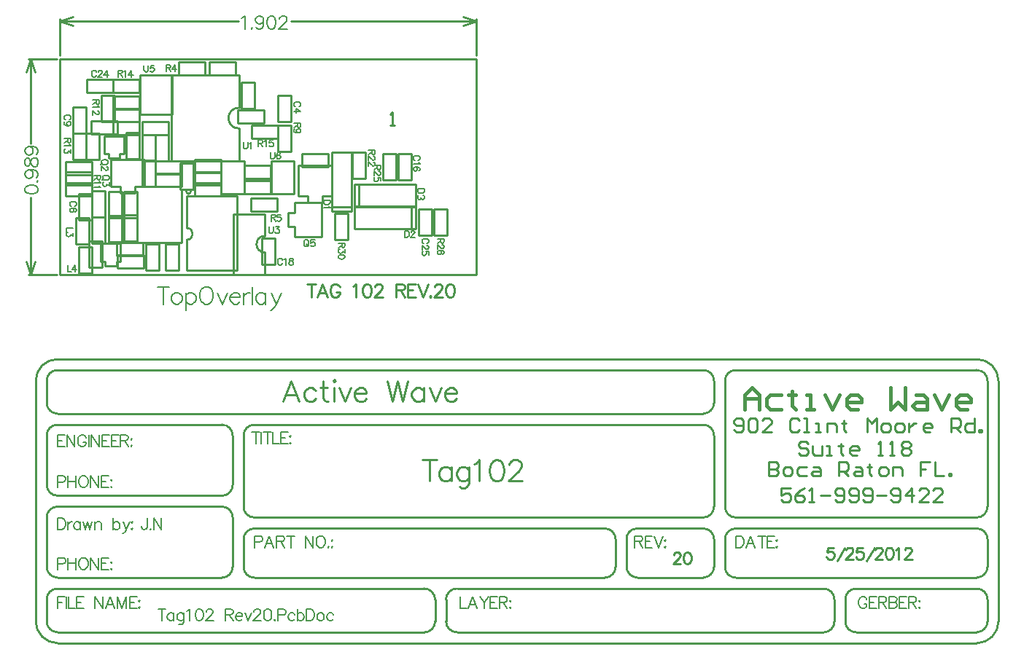
<source format=gto>
%FSLAX25Y25*%
%MOIN*%
G70*
G01*
G75*
G04 Layer_Color=65535*
%ADD10C,0.03000*%
%ADD11R,0.03600X0.03600*%
%ADD12R,0.05000X0.03600*%
%ADD13R,0.08000X0.06000*%
%ADD14R,0.02362X0.02362*%
%ADD15C,0.04000*%
%ADD16R,0.07400X0.04500*%
%ADD17R,0.03600X0.03600*%
%ADD18R,0.03600X0.05000*%
%ADD19R,0.02000X0.05000*%
%ADD20R,0.06299X0.05906*%
%ADD21R,0.02362X0.10000*%
%ADD22R,0.02362X0.09000*%
%ADD23R,0.07000X0.02362*%
%ADD24R,0.09000X0.02362*%
%ADD25O,0.02400X0.08000*%
%ADD26R,0.01378X0.03543*%
%ADD27R,0.01378X0.03543*%
%ADD28O,0.01600X0.06000*%
%ADD29O,0.01600X0.06000*%
%ADD30R,0.03000X0.03000*%
%ADD31R,0.03000X0.03000*%
%ADD32C,0.01000*%
%ADD33C,0.01228*%
%ADD34C,0.02000*%
%ADD35C,0.01200*%
%ADD36C,0.00800*%
%ADD37C,0.01400*%
%ADD38C,0.01500*%
%ADD39C,0.02500*%
%ADD40C,0.01600*%
%ADD41C,0.00600*%
%ADD42C,0.00900*%
%ADD43C,0.00500*%
%ADD44C,0.12200*%
%ADD45C,0.07000*%
%ADD46O,0.04000X0.06000*%
%ADD47C,0.06200*%
%ADD48R,0.06200X0.06200*%
%ADD49C,0.06000*%
%ADD50C,0.02800*%
%ADD51R,0.05700X0.03500*%
%ADD52R,0.07000X0.07000*%
%ADD53R,0.06693X0.09055*%
%ADD54R,0.23622X0.11811*%
%ADD55R,0.16000X0.18000*%
%ADD56R,0.20000X0.10000*%
%ADD57C,0.02000*%
%ADD58C,0.03200*%
%ADD59C,0.00984*%
D32*
X-125700Y-43000D02*
G03*
X-125700Y-43000I-1000J0D01*
G01*
X-127500Y-65054D02*
G03*
X-127500Y-59646I0J2704D01*
G01*
X-103661Y-4630D02*
G03*
X-103661Y-14079I0J-4724D01*
G01*
X-91853Y-63302D02*
G03*
X-91853Y-70783I0J-3740D01*
G01*
X-81200Y-59000D02*
Y-57200D01*
Y-59000D02*
X-78200D01*
Y-63500D02*
Y-59000D01*
Y-63500D02*
X-65700D01*
Y-48000D01*
X-78200D02*
X-65700D01*
X-78200Y-52500D02*
Y-48000D01*
X-81200Y-52500D02*
X-78200D01*
X-81200Y-57200D02*
Y-52500D01*
X-129700Y-66200D02*
Y-42000D01*
X-147400Y-66200D02*
X-129700D01*
X-103661Y5606D02*
Y10331D01*
X-106536D02*
X-103661D01*
X-134370D02*
X-106536D01*
X-61328Y-26183D02*
Y-25100D01*
X-52272D01*
Y-26183D02*
Y-25100D01*
X-61328Y-52100D02*
Y-50789D01*
Y-52100D02*
X-52272D01*
Y-50789D01*
Y-49017D01*
X-61355Y-50100D02*
X-52300D01*
X-61328Y-50789D02*
Y-49017D01*
X-52272Y-37600D02*
Y-26183D01*
X-61328Y-49017D02*
Y-37600D01*
X-52272Y-49017D02*
Y-37600D01*
X-61328D02*
Y-26183D01*
X-59700Y-65000D02*
X-56700D01*
X-59700D02*
Y-53000D01*
X-53700D01*
Y-65000D02*
Y-53000D01*
X-56700Y-65000D02*
X-53700D01*
X-176900Y-68400D02*
X-173900D01*
X-176900Y-80400D02*
Y-68400D01*
Y-80400D02*
X-170900D01*
Y-68400D01*
X-173900D02*
X-170900D01*
X-182900Y-37100D02*
Y-34100D01*
X-170900D01*
Y-40100D02*
Y-34100D01*
X-182900Y-40100D02*
X-170900D01*
X-182900D02*
Y-37100D01*
Y-45100D02*
Y-42100D01*
Y-45100D02*
X-170900D01*
Y-39100D01*
X-182900D02*
X-170900D01*
X-182900Y-42100D02*
Y-39100D01*
X-101300Y-41100D02*
Y-38100D01*
X-89300D01*
Y-44100D02*
Y-38100D01*
X-101300Y-44100D02*
X-89300D01*
X-101300D02*
Y-41100D01*
Y-37100D02*
Y-34100D01*
Y-37100D02*
X-89300D01*
Y-31100D01*
X-101300D02*
X-89300D01*
X-101300Y-34100D02*
Y-31100D01*
X-141700Y-37500D02*
Y-34500D01*
X-129700D01*
Y-40500D02*
Y-34500D01*
X-141700Y-40500D02*
X-129700D01*
X-141700D02*
Y-37500D01*
X-167700Y-54500D02*
X-164700D01*
Y-42500D01*
X-170700D02*
X-164700D01*
X-170700Y-54500D02*
Y-42500D01*
Y-54500D02*
X-167700D01*
X-160200Y-43000D02*
X-157200D01*
Y-55000D02*
Y-43000D01*
X-163200Y-55000D02*
X-157200D01*
X-163200D02*
Y-43000D01*
X-160200D01*
X-161200Y2500D02*
Y5500D01*
Y2500D02*
X-149200D01*
Y8500D01*
X-161200D02*
X-149200D01*
X-161200Y5500D02*
Y8500D01*
X-170800Y-66500D02*
X-167800D01*
X-170800D02*
Y-54500D01*
X-164800D01*
Y-66500D02*
Y-54500D01*
X-167800Y-66500D02*
X-164800D01*
X-153300Y-65500D02*
X-150300D01*
Y-53500D01*
X-156300D02*
X-150300D01*
X-156300Y-65500D02*
Y-53500D01*
Y-65500D02*
X-153300D01*
X-98200Y-49000D02*
Y-46000D01*
X-86200D01*
Y-52000D02*
Y-46000D01*
X-98200Y-52000D02*
X-86200D01*
X-98200D02*
Y-49000D01*
X-131300Y10400D02*
Y13400D01*
Y10400D02*
X-119300D01*
Y16400D01*
X-131300D02*
X-119300D01*
X-131300Y13400D02*
Y16400D01*
X-117200Y13500D02*
Y16500D01*
X-105200D01*
Y10500D02*
Y16500D01*
X-117200Y10500D02*
X-105200D01*
X-117200D02*
Y13500D01*
X-85700Y-15500D02*
Y-12500D01*
X-97700D02*
X-85700D01*
X-97700Y-18500D02*
Y-12500D01*
Y-18500D02*
X-85700D01*
Y-15500D01*
X-160200Y-54100D02*
X-157200D01*
Y-66100D02*
Y-54100D01*
X-163200Y-66100D02*
X-157200D01*
X-163200D02*
Y-54100D01*
X-160200D01*
X-82700Y-24500D02*
X-79700D01*
Y-12500D01*
X-85700D02*
X-79700D01*
X-85700Y-24500D02*
Y-12500D01*
Y-24500D02*
X-82700D01*
X-111800Y-34300D02*
Y-31300D01*
X-123800Y-34300D02*
X-111800D01*
X-123800D02*
Y-28300D01*
X-111800D01*
Y-31300D02*
Y-28300D01*
X-141700Y-17000D02*
X-138700D01*
X-141700Y-29000D02*
Y-17000D01*
Y-29000D02*
X-135700D01*
Y-17000D01*
X-138700D02*
X-135700D01*
X-159300Y-16800D02*
Y-13800D01*
X-171300Y-16800D02*
X-159300D01*
X-171300D02*
Y-10800D01*
X-159300D01*
Y-13800D02*
Y-10800D01*
X-143259Y-78941D02*
X-140259D01*
Y-66941D01*
X-146259D02*
X-140259D01*
X-146259Y-78941D02*
Y-66941D01*
Y-78941D02*
X-143259D01*
X-104300Y-8500D02*
Y-5500D01*
X-92300D01*
Y-11500D02*
Y-5500D01*
X-104300Y-11500D02*
X-92300D01*
X-104300D02*
Y-8500D01*
X-147259Y-74941D02*
Y-71941D01*
X-159259D02*
X-147259D01*
X-159259Y-77941D02*
Y-71941D01*
Y-77941D02*
X-147259D01*
Y-74941D01*
X-130500Y-42000D02*
X-127500D01*
X-130500D02*
Y-30000D01*
X-124500D01*
Y-42000D02*
Y-30000D01*
X-127500Y-42000D02*
X-124500D01*
X-123700Y-40000D02*
Y-37000D01*
Y-40000D02*
X-111700D01*
Y-34000D01*
X-123700D02*
X-111700D01*
X-123700Y-37000D02*
Y-34000D01*
X-137259Y-78941D02*
X-134259D01*
X-137259D02*
Y-66941D01*
X-131259D01*
Y-78941D02*
Y-66941D01*
X-134259Y-78941D02*
X-131259D01*
X-48700Y-37000D02*
X-45700D01*
Y-25000D01*
X-51700D02*
X-45700D01*
X-51700Y-37000D02*
Y-25000D01*
Y-37000D02*
X-48700D01*
X-182900Y-32200D02*
Y-29200D01*
X-170900D01*
Y-35200D02*
Y-29200D01*
X-182900Y-35200D02*
X-170900D01*
X-182900D02*
Y-32200D01*
X-170400Y-28400D02*
X-167400D01*
Y-16400D01*
X-173400D02*
X-167400D01*
X-173400Y-28400D02*
Y-16400D01*
Y-28400D02*
X-170400D01*
X-172200Y-77500D02*
X-169200D01*
X-172200D02*
Y-65500D01*
X-166200D01*
Y-77500D02*
Y-65500D01*
X-169200Y-77500D02*
X-166200D01*
X-123700Y-45000D02*
Y-42000D01*
Y-45000D02*
X-111700D01*
Y-39000D01*
X-123700D02*
X-111700D01*
X-123700Y-42000D02*
Y-39000D01*
X-99600Y7100D02*
X-96600D01*
Y-4900D02*
Y7100D01*
X-102600Y-4900D02*
X-96600D01*
X-102600D02*
Y7100D01*
X-99600D01*
X-85800Y1000D02*
X-82800D01*
X-85800Y-11000D02*
Y1000D01*
Y-11000D02*
X-79800D01*
Y1000D01*
X-82800D02*
X-79800D01*
X-161100Y-14100D02*
Y-11100D01*
X-149100D01*
Y-17100D02*
Y-11100D01*
X-161100Y-17100D02*
X-149100D01*
X-161100D02*
Y-14100D01*
X-179400Y-4400D02*
X-176400D01*
X-179400Y-16400D02*
Y-4400D01*
Y-16400D02*
X-173400D01*
Y-4400D01*
X-176400D02*
X-173400D01*
X-159400Y-69200D02*
Y-66200D01*
X-147400D01*
Y-72200D02*
Y-66200D01*
X-159400Y-72200D02*
X-147400D01*
X-159400D02*
Y-69200D01*
X-149100Y-8100D02*
Y-5100D01*
X-161100D02*
X-149100D01*
X-161100Y-11100D02*
Y-5100D01*
Y-11100D02*
X-149100D01*
Y-8100D01*
X-173900Y-44100D02*
X-170900D01*
Y-56100D02*
Y-44100D01*
X-176900Y-56100D02*
X-170900D01*
X-176900D02*
Y-44100D01*
X-173900D01*
X-179400Y-16400D02*
X-176400D01*
X-179400Y-28400D02*
Y-16400D01*
Y-28400D02*
X-173400D01*
Y-16400D01*
X-176400D02*
X-173400D01*
X-166400Y-10900D02*
X-163400D01*
X-166400D02*
Y1100D01*
X-160400D01*
Y-10900D02*
Y1100D01*
X-163400Y-10900D02*
X-160400D01*
X-149100Y-2300D02*
Y700D01*
X-161100D02*
X-149100D01*
X-161100Y-5300D02*
Y700D01*
Y-5300D02*
X-149100D01*
Y-2300D01*
X-147700Y-40800D02*
X-144700D01*
X-147700D02*
Y-28800D01*
X-141700D01*
Y-40800D02*
Y-28800D01*
X-144700Y-40800D02*
X-141700D01*
X-152100Y-28100D02*
X-149100D01*
Y-16100D01*
X-155100D02*
X-149100D01*
X-155100Y-28100D02*
Y-16100D01*
Y-28100D02*
X-152100D01*
X-175200Y-54906D02*
X-172200D01*
Y-66906D02*
Y-54906D01*
X-178200Y-66906D02*
X-172200D01*
X-178200D02*
Y-54906D01*
X-175200D01*
X-173200Y2500D02*
Y5500D01*
Y2500D02*
X-161200D01*
Y8500D01*
X-173200D02*
X-161200D01*
X-173200Y5500D02*
Y8500D01*
X-93213Y-76300D02*
X-90213D01*
X-93213D02*
Y-64300D01*
X-87213D01*
Y-76300D02*
Y-64300D01*
X-90213Y-76300D02*
X-87213D01*
X-156200Y-43000D02*
X-153200D01*
X-156200Y-55000D02*
Y-43000D01*
Y-55000D02*
X-150200D01*
Y-43000D01*
X-153200D02*
X-150200D01*
X-62700Y-31500D02*
Y-28500D01*
X-74700Y-31500D02*
X-62700D01*
X-74700D02*
Y-25500D01*
X-62700D01*
Y-28500D02*
Y-25500D01*
X-141700Y-35000D02*
Y-32000D01*
Y-35000D02*
X-129700D01*
Y-29000D01*
X-141700D02*
X-129700D01*
X-141700Y-32000D02*
Y-29000D01*
X-144700Y-17000D02*
X-141700D01*
Y-29000D02*
Y-17000D01*
X-147700Y-29000D02*
X-141700D01*
X-147700D02*
Y-17000D01*
X-144700D01*
X-135700Y-14000D02*
Y-11000D01*
X-147700D02*
X-135700D01*
X-147700Y-17000D02*
Y-11000D01*
Y-17000D02*
X-135700D01*
Y-14000D01*
X-38000Y-37500D02*
X-35000D01*
X-38000D02*
Y-25500D01*
X-32000D01*
Y-37500D02*
Y-25500D01*
X-35000Y-37500D02*
X-32000D01*
X-28000D02*
X-25000D01*
Y-25500D01*
X-31000D02*
X-25000D01*
X-31000Y-37500D02*
Y-25500D01*
Y-37500D02*
X-28000D01*
X-14500Y-63000D02*
X-11500D01*
X-14500D02*
Y-51000D01*
X-8500D01*
Y-63000D02*
Y-51000D01*
X-11500Y-63000D02*
X-8500D01*
X-18500D02*
X-15500D01*
Y-51000D01*
X-21500D02*
X-15500D01*
X-21500Y-63000D02*
Y-51000D01*
Y-63000D02*
X-18500D01*
X-34400Y-12800D02*
X-32401D01*
X-33400D01*
Y-6802D01*
X-34400Y-7802D01*
X-200000Y17800D02*
X-186900D01*
X-200000Y-81100D02*
X-186900D01*
X-199000Y-20838D02*
Y17800D01*
Y-81100D02*
Y-45662D01*
X-201000Y11800D02*
X-199000Y17800D01*
X-197000Y11800D01*
X-199000Y-81100D02*
X-197000Y-75100D01*
X-201000D02*
X-199000Y-81100D01*
X4800Y19300D02*
Y36000D01*
X-185400Y19300D02*
Y36000D01*
X-79817Y35000D02*
X4800D01*
X-185400D02*
X-103983D01*
X-1200Y37000D02*
X4800Y35000D01*
X-1200Y33000D02*
X4800Y35000D01*
X-185400D02*
X-179400Y33000D01*
X-185400Y35000D02*
X-179400Y37000D01*
X4800Y-81100D02*
Y17800D01*
X-185400D02*
X4800D01*
X-185400Y-81100D02*
X4800D01*
X-185400D02*
Y17800D01*
X-70600Y-85201D02*
Y-91200D01*
X-72600Y-85201D02*
X-68601D01*
X-63316Y-91200D02*
X-65601Y-85201D01*
X-67887Y-91200D01*
X-67030Y-89200D02*
X-64173D01*
X-57632Y-86629D02*
X-57917Y-86058D01*
X-58489Y-85487D01*
X-59060Y-85201D01*
X-60203D01*
X-60774Y-85487D01*
X-61345Y-86058D01*
X-61631Y-86629D01*
X-61917Y-87486D01*
Y-88915D01*
X-61631Y-89772D01*
X-61345Y-90343D01*
X-60774Y-90914D01*
X-60203Y-91200D01*
X-59060D01*
X-58489Y-90914D01*
X-57917Y-90343D01*
X-57632Y-89772D01*
Y-88915D01*
X-59060D02*
X-57632D01*
X-51547Y-86344D02*
X-50976Y-86058D01*
X-50119Y-85201D01*
Y-91200D01*
X-45434Y-85201D02*
X-46291Y-85487D01*
X-46863Y-86344D01*
X-47148Y-87772D01*
Y-88629D01*
X-46863Y-90057D01*
X-46291Y-90914D01*
X-45434Y-91200D01*
X-44863D01*
X-44006Y-90914D01*
X-43435Y-90057D01*
X-43149Y-88629D01*
Y-87772D01*
X-43435Y-86344D01*
X-44006Y-85487D01*
X-44863Y-85201D01*
X-45434D01*
X-41521Y-86629D02*
Y-86344D01*
X-41235Y-85773D01*
X-40950Y-85487D01*
X-40378Y-85201D01*
X-39236D01*
X-38664Y-85487D01*
X-38379Y-85773D01*
X-38093Y-86344D01*
Y-86915D01*
X-38379Y-87486D01*
X-38950Y-88344D01*
X-41807Y-91200D01*
X-37808D01*
X-31752Y-85201D02*
Y-91200D01*
Y-85201D02*
X-29181D01*
X-28324Y-85487D01*
X-28038Y-85773D01*
X-27753Y-86344D01*
Y-86915D01*
X-28038Y-87486D01*
X-28324Y-87772D01*
X-29181Y-88058D01*
X-31752D01*
X-29752D02*
X-27753Y-91200D01*
X-22696Y-85201D02*
X-26410D01*
Y-91200D01*
X-22696D01*
X-26410Y-88058D02*
X-24125D01*
X-21697Y-85201D02*
X-19411Y-91200D01*
X-17126Y-85201D02*
X-19411Y-91200D01*
X-16069Y-90629D02*
X-16355Y-90914D01*
X-16069Y-91200D01*
X-15784Y-90914D01*
X-16069Y-90629D01*
X-14184Y-86629D02*
Y-86344D01*
X-13898Y-85773D01*
X-13613Y-85487D01*
X-13041Y-85201D01*
X-11899D01*
X-11327Y-85487D01*
X-11042Y-85773D01*
X-10756Y-86344D01*
Y-86915D01*
X-11042Y-87486D01*
X-11613Y-88344D01*
X-14470Y-91200D01*
X-10470D01*
X-7414Y-85201D02*
X-8271Y-85487D01*
X-8842Y-86344D01*
X-9128Y-87772D01*
Y-88629D01*
X-8842Y-90057D01*
X-8271Y-90914D01*
X-7414Y-91200D01*
X-6843D01*
X-5986Y-90914D01*
X-5414Y-90057D01*
X-5129Y-88629D01*
Y-87772D01*
X-5414Y-86344D01*
X-5986Y-85487D01*
X-6843Y-85201D01*
X-7414D01*
X-14008Y-229618D02*
G03*
X-19008Y-224618I-5000J0D01*
G01*
X-18892Y-244618D02*
G03*
X-14010Y-239650I84J4800D01*
G01*
X-4008Y-224618D02*
G03*
X-9008Y-229618I0J-5000D01*
G01*
Y-239618D02*
G03*
X-4095Y-244617I5000J0D01*
G01*
X168492Y-229618D02*
G03*
X163492Y-224618I-5000J0D01*
G01*
X163608Y-244618D02*
G03*
X168490Y-239650I84J4800D01*
G01*
X173492Y-239718D02*
G03*
X178478Y-244617I4900J0D01*
G01*
X178492Y-224618D02*
G03*
X173492Y-229618I0J-5000D01*
G01*
X-106508Y-154518D02*
G03*
X-111408Y-149618I-4900J0D01*
G01*
X-111308Y-182118D02*
G03*
X-106508Y-177318I0J4800D01*
G01*
Y-192018D02*
G03*
X-111579Y-187121I-4900J0D01*
G01*
X-101508Y-187218D02*
G03*
X-96608Y-192118I4900J0D01*
G01*
X-101508Y-214718D02*
G03*
X-96608Y-219618I4900J0D01*
G01*
X-111408D02*
G03*
X-106508Y-214718I0J4900D01*
G01*
X68492Y-202018D02*
G03*
X63592Y-197118I-4900J0D01*
G01*
Y-219618D02*
G03*
X68491Y-214632I0J4900D01*
G01*
X73492Y-214518D02*
G03*
X78503Y-219617I5100J0D01*
G01*
X78292Y-197118D02*
G03*
X73499Y-202169I0J-4800D01*
G01*
X-96508Y-197118D02*
G03*
X-101508Y-202118I0J-5000D01*
G01*
X-96508Y-149618D02*
G03*
X-101508Y-154618I0J-5000D01*
G01*
X-191508Y-214618D02*
G03*
X-186595Y-219617I5000J0D01*
G01*
X-186508Y-187118D02*
G03*
X-191508Y-192118I0J-5000D01*
G01*
Y-177118D02*
G03*
X-186508Y-182118I5000J0D01*
G01*
Y-149618D02*
G03*
X-191508Y-154618I0J-5000D01*
G01*
Y-139618D02*
G03*
X-186508Y-144618I5000J0D01*
G01*
Y-124618D02*
G03*
X-191508Y-129618I0J-5000D01*
G01*
X113492D02*
G03*
X108492Y-124618I-5000J0D01*
G01*
X123492D02*
G03*
X118492Y-129618I0J-5000D01*
G01*
X108492Y-144618D02*
G03*
X113492Y-139618I0J5000D01*
G01*
Y-154618D02*
G03*
X108492Y-149618I-5000J0D01*
G01*
X-186508Y-224618D02*
G03*
X-191508Y-229618I0J-5000D01*
G01*
X108579Y-192118D02*
G03*
X113493Y-187118I-87J5000D01*
G01*
X-191508Y-239618D02*
G03*
X-186595Y-244617I5000J0D01*
G01*
X113492Y-202018D02*
G03*
X108592Y-197118I-4900J0D01*
G01*
X118492Y-214718D02*
G03*
X123477Y-219617I4900J0D01*
G01*
X108492Y-219618D02*
G03*
X113492Y-214618I0J5000D01*
G01*
X233492Y-244618D02*
G03*
X238492Y-239618I0J5000D01*
G01*
X238492Y-229530D02*
G03*
X233492Y-224617I-5000J-87D01*
G01*
Y-219618D02*
G03*
X238492Y-214618I0J5000D01*
G01*
Y-129518D02*
G03*
X233421Y-124621I-4900J0D01*
G01*
X243492Y-129618D02*
G03*
X233492Y-119618I-10000J0D01*
G01*
Y-249618D02*
G03*
X243492Y-239618I0J10000D01*
G01*
X-196508Y-239518D02*
G03*
X-186584Y-249616I10100J0D01*
G01*
X-186508Y-119618D02*
G03*
X-196508Y-129618I0J-10000D01*
G01*
X118492Y-187118D02*
G03*
X123492Y-192118I5000J0D01*
G01*
X233492D02*
G03*
X238492Y-187118I0J5000D01*
G01*
X123492Y-197118D02*
G03*
X118492Y-202118I0J-5000D01*
G01*
X238492Y-202018D02*
G03*
X233592Y-197118I-4900J0D01*
G01*
X-4008Y-244618D02*
X163492D01*
X-186508D02*
X-19008D01*
X-186508Y-224618D02*
X-19008D01*
X-4008D02*
X163492D01*
X178492Y-244618D02*
X233492D01*
X178492Y-224618D02*
X233492D01*
X-186508Y-124618D02*
X108492D01*
X-186508Y-249618D02*
X233492D01*
X-186508Y-119618D02*
X233492D01*
X-186508Y-219618D02*
X-111508D01*
X-186508Y-187118D02*
X-111508D01*
X-186508Y-182118D02*
X-111508D01*
X-186508Y-149618D02*
X-111508D01*
X-186508Y-144618D02*
X108492D01*
X-96508Y-149618D02*
X108492D01*
X-96508Y-197118D02*
X63492D01*
X-96508Y-219618D02*
X63492D01*
X78492D02*
X108492D01*
X78492Y-197118D02*
X108492D01*
X123492Y-219618D02*
X233492D01*
X123492Y-124618D02*
X233492D01*
X-96508Y-192118D02*
X108492D01*
X123492D02*
X233492D01*
X123492Y-197118D02*
X233492D01*
X-14008Y-239618D02*
Y-229618D01*
X-9008Y-239618D02*
Y-229618D01*
X168492Y-239618D02*
Y-229618D01*
X173492Y-239618D02*
Y-229618D01*
X243492Y-239618D02*
Y-129618D01*
X-191508Y-214618D02*
Y-192118D01*
X-106508Y-214618D02*
Y-192118D01*
X-191508Y-177118D02*
Y-154618D01*
X-106508Y-177118D02*
Y-154618D01*
X-191508Y-139618D02*
Y-129618D01*
X113492Y-139618D02*
Y-129618D01*
Y-187118D02*
Y-154618D01*
X-101508Y-187118D02*
Y-154618D01*
X68492Y-214618D02*
Y-202118D01*
X-101508Y-214618D02*
Y-202118D01*
X73492Y-214618D02*
Y-202118D01*
X113492Y-214618D02*
Y-202118D01*
X238492Y-239618D02*
Y-229618D01*
X-191508Y-239618D02*
Y-229618D01*
X-196508Y-239618D02*
Y-129618D01*
X118492Y-187118D02*
Y-129618D01*
X238492Y-187118D02*
Y-129618D01*
X118492Y-214618D02*
Y-202118D01*
X238492Y-214618D02*
Y-202018D01*
X138652Y-166692D02*
Y-173090D01*
X141851D01*
X142918Y-172023D01*
Y-170957D01*
X141851Y-169891D01*
X138652D01*
X141851D01*
X142918Y-168825D01*
Y-167758D01*
X141851Y-166692D01*
X138652D01*
X146116Y-173090D02*
X148249D01*
X149316Y-172023D01*
Y-169891D01*
X148249Y-168825D01*
X146116D01*
X145050Y-169891D01*
Y-172023D01*
X146116Y-173090D01*
X155713Y-168825D02*
X152514D01*
X151448Y-169891D01*
Y-172023D01*
X152514Y-173090D01*
X155713D01*
X158912Y-168825D02*
X161045D01*
X162111Y-169891D01*
Y-173090D01*
X158912D01*
X157846Y-172023D01*
X158912Y-170957D01*
X162111D01*
X170642Y-173090D02*
Y-166692D01*
X173841D01*
X174907Y-167758D01*
Y-169891D01*
X173841Y-170957D01*
X170642D01*
X172775D02*
X174907Y-173090D01*
X178106Y-168825D02*
X180239D01*
X181305Y-169891D01*
Y-173090D01*
X178106D01*
X177040Y-172023D01*
X178106Y-170957D01*
X181305D01*
X184504Y-167758D02*
Y-168825D01*
X183438D01*
X185570D01*
X184504D01*
Y-172023D01*
X185570Y-173090D01*
X189836D02*
X191968D01*
X193035Y-172023D01*
Y-169891D01*
X191968Y-168825D01*
X189836D01*
X188769Y-169891D01*
Y-172023D01*
X189836Y-173090D01*
X195167D02*
Y-168825D01*
X198366D01*
X199433Y-169891D01*
Y-173090D01*
X212228Y-166692D02*
X207963D01*
Y-169891D01*
X210096D01*
X207963D01*
Y-173090D01*
X214361Y-166692D02*
Y-173090D01*
X218626D01*
X220759D02*
Y-172023D01*
X221825D01*
Y-173090D01*
X220759D01*
X122652Y-152023D02*
X123719Y-153090D01*
X125851D01*
X126918Y-152023D01*
Y-147758D01*
X125851Y-146692D01*
X123719D01*
X122652Y-147758D01*
Y-148825D01*
X123719Y-149891D01*
X126918D01*
X129050Y-147758D02*
X130116Y-146692D01*
X132249D01*
X133316Y-147758D01*
Y-152023D01*
X132249Y-153090D01*
X130116D01*
X129050Y-152023D01*
Y-147758D01*
X139713Y-153090D02*
X135448D01*
X139713Y-148825D01*
Y-147758D01*
X138647Y-146692D01*
X136514D01*
X135448Y-147758D01*
X152509D02*
X151443Y-146692D01*
X149310D01*
X148244Y-147758D01*
Y-152023D01*
X149310Y-153090D01*
X151443D01*
X152509Y-152023D01*
X154642Y-153090D02*
X156774D01*
X155708D01*
Y-146692D01*
X154642D01*
X159974Y-153090D02*
X162106D01*
X161040D01*
Y-148825D01*
X159974D01*
X165305Y-153090D02*
Y-148825D01*
X168504D01*
X169570Y-149891D01*
Y-153090D01*
X172769Y-147758D02*
Y-148825D01*
X171703D01*
X173836D01*
X172769D01*
Y-152023D01*
X173836Y-153090D01*
X183433D02*
Y-146692D01*
X185565Y-148825D01*
X187698Y-146692D01*
Y-153090D01*
X190897D02*
X193029D01*
X194096Y-152023D01*
Y-149891D01*
X193029Y-148825D01*
X190897D01*
X189831Y-149891D01*
Y-152023D01*
X190897Y-153090D01*
X197295D02*
X199427D01*
X200494Y-152023D01*
Y-149891D01*
X199427Y-148825D01*
X197295D01*
X196228Y-149891D01*
Y-152023D01*
X197295Y-153090D01*
X202626Y-148825D02*
Y-153090D01*
Y-150957D01*
X203693Y-149891D01*
X204759Y-148825D01*
X205825D01*
X212223Y-153090D02*
X210091D01*
X209024Y-152023D01*
Y-149891D01*
X210091Y-148825D01*
X212223D01*
X213290Y-149891D01*
Y-150957D01*
X209024D01*
X221820Y-153090D02*
Y-146692D01*
X225019D01*
X226085Y-147758D01*
Y-149891D01*
X225019Y-150957D01*
X221820D01*
X223953D02*
X226085Y-153090D01*
X232483Y-146692D02*
Y-153090D01*
X229284D01*
X228218Y-152023D01*
Y-149891D01*
X229284Y-148825D01*
X232483D01*
X234616Y-153090D02*
Y-152023D01*
X235682D01*
Y-153090D01*
X234616D01*
X148417Y-178692D02*
X144152D01*
Y-181891D01*
X146285Y-180824D01*
X147351D01*
X148417Y-181891D01*
Y-184023D01*
X147351Y-185090D01*
X145219D01*
X144152Y-184023D01*
X154815Y-178692D02*
X152683Y-179758D01*
X150550Y-181891D01*
Y-184023D01*
X151617Y-185090D01*
X153749D01*
X154815Y-184023D01*
Y-182957D01*
X153749Y-181891D01*
X150550D01*
X156948Y-185090D02*
X159081D01*
X158014D01*
Y-178692D01*
X156948Y-179758D01*
X162280Y-181891D02*
X166545D01*
X168678Y-184023D02*
X169744Y-185090D01*
X171877D01*
X172943Y-184023D01*
Y-179758D01*
X171877Y-178692D01*
X169744D01*
X168678Y-179758D01*
Y-180824D01*
X169744Y-181891D01*
X172943D01*
X175076Y-184023D02*
X176142Y-185090D01*
X178275D01*
X179341Y-184023D01*
Y-179758D01*
X178275Y-178692D01*
X176142D01*
X175076Y-179758D01*
Y-180824D01*
X176142Y-181891D01*
X179341D01*
X181474Y-184023D02*
X182540Y-185090D01*
X184672D01*
X185739Y-184023D01*
Y-179758D01*
X184672Y-178692D01*
X182540D01*
X181474Y-179758D01*
Y-180824D01*
X182540Y-181891D01*
X185739D01*
X187871D02*
X192137D01*
X194269Y-184023D02*
X195336Y-185090D01*
X197468D01*
X198535Y-184023D01*
Y-179758D01*
X197468Y-178692D01*
X195336D01*
X194269Y-179758D01*
Y-180824D01*
X195336Y-181891D01*
X198535D01*
X203866Y-185090D02*
Y-178692D01*
X200667Y-181891D01*
X204933D01*
X211331Y-185090D02*
X207065D01*
X211331Y-180824D01*
Y-179758D01*
X210264Y-178692D01*
X208132D01*
X207065Y-179758D01*
X217728Y-185090D02*
X213463D01*
X217728Y-180824D01*
Y-179758D01*
X216662Y-178692D01*
X214529D01*
X213463Y-179758D01*
X156418Y-158258D02*
X155351Y-157192D01*
X153219D01*
X152152Y-158258D01*
Y-159325D01*
X153219Y-160391D01*
X155351D01*
X156418Y-161457D01*
Y-162523D01*
X155351Y-163590D01*
X153219D01*
X152152Y-162523D01*
X158550Y-159325D02*
Y-162523D01*
X159616Y-163590D01*
X162815D01*
Y-159325D01*
X164948Y-163590D02*
X167081D01*
X166014D01*
Y-159325D01*
X164948D01*
X171346Y-158258D02*
Y-159325D01*
X170280D01*
X172412D01*
X171346D01*
Y-162523D01*
X172412Y-163590D01*
X178810D02*
X176678D01*
X175611Y-162523D01*
Y-160391D01*
X176678Y-159325D01*
X178810D01*
X179877Y-160391D01*
Y-161457D01*
X175611D01*
X188407Y-163590D02*
X190540D01*
X189473D01*
Y-157192D01*
X188407Y-158258D01*
X193739Y-163590D02*
X195871D01*
X194805D01*
Y-157192D01*
X193739Y-158258D01*
X199070D02*
X200137Y-157192D01*
X202269D01*
X203336Y-158258D01*
Y-159325D01*
X202269Y-160391D01*
X203336Y-161457D01*
Y-162523D01*
X202269Y-163590D01*
X200137D01*
X199070Y-162523D01*
Y-161457D01*
X200137Y-160391D01*
X199070Y-159325D01*
Y-158258D01*
X200137Y-160391D02*
X202269D01*
D36*
X-138134Y-86502D02*
Y-94500D01*
X-140800Y-86502D02*
X-135468D01*
X-132611Y-89168D02*
X-133373Y-89549D01*
X-134135Y-90310D01*
X-134516Y-91453D01*
Y-92215D01*
X-134135Y-93357D01*
X-133373Y-94119D01*
X-132611Y-94500D01*
X-131469D01*
X-130707Y-94119D01*
X-129945Y-93357D01*
X-129564Y-92215D01*
Y-91453D01*
X-129945Y-90310D01*
X-130707Y-89549D01*
X-131469Y-89168D01*
X-132611D01*
X-127812D02*
Y-97166D01*
Y-90310D02*
X-127051Y-89549D01*
X-126289Y-89168D01*
X-125146D01*
X-124384Y-89549D01*
X-123623Y-90310D01*
X-123242Y-91453D01*
Y-92215D01*
X-123623Y-93357D01*
X-124384Y-94119D01*
X-125146Y-94500D01*
X-126289D01*
X-127051Y-94119D01*
X-127812Y-93357D01*
X-119243Y-86502D02*
X-120004Y-86883D01*
X-120766Y-87644D01*
X-121147Y-88406D01*
X-121528Y-89549D01*
Y-91453D01*
X-121147Y-92596D01*
X-120766Y-93357D01*
X-120004Y-94119D01*
X-119243Y-94500D01*
X-117719D01*
X-116957Y-94119D01*
X-116196Y-93357D01*
X-115815Y-92596D01*
X-115434Y-91453D01*
Y-89549D01*
X-115815Y-88406D01*
X-116196Y-87644D01*
X-116957Y-86883D01*
X-117719Y-86502D01*
X-119243D01*
X-113568Y-89168D02*
X-111283Y-94500D01*
X-108997Y-89168D02*
X-111283Y-94500D01*
X-107702Y-91453D02*
X-103132D01*
Y-90691D01*
X-103513Y-89929D01*
X-103894Y-89549D01*
X-104655Y-89168D01*
X-105798D01*
X-106560Y-89549D01*
X-107322Y-90310D01*
X-107702Y-91453D01*
Y-92215D01*
X-107322Y-93357D01*
X-106560Y-94119D01*
X-105798Y-94500D01*
X-104655D01*
X-103894Y-94119D01*
X-103132Y-93357D01*
X-101418Y-89168D02*
Y-94500D01*
Y-91453D02*
X-101037Y-90310D01*
X-100275Y-89549D01*
X-99514Y-89168D01*
X-98371D01*
X-97647Y-86502D02*
Y-94500D01*
X-91401Y-89168D02*
Y-94500D01*
Y-90310D02*
X-92163Y-89549D01*
X-92924Y-89168D01*
X-94067D01*
X-94829Y-89549D01*
X-95591Y-90310D01*
X-95972Y-91453D01*
Y-92215D01*
X-95591Y-93357D01*
X-94829Y-94119D01*
X-94067Y-94500D01*
X-92924D01*
X-92163Y-94119D01*
X-91401Y-93357D01*
X-88887Y-89168D02*
X-86602Y-94500D01*
X-84317Y-89168D02*
X-86602Y-94500D01*
X-87364Y-96023D01*
X-88126Y-96785D01*
X-88887Y-97166D01*
X-89268D01*
X-145672Y-192391D02*
Y-196454D01*
X-145926Y-197215D01*
X-146180Y-197469D01*
X-146688Y-197723D01*
X-147196D01*
X-147704Y-197469D01*
X-147958Y-197215D01*
X-148212Y-196454D01*
Y-195946D01*
X-144047Y-197215D02*
X-144301Y-197469D01*
X-144047Y-197723D01*
X-143793Y-197469D01*
X-144047Y-197215D01*
X-142625Y-192391D02*
Y-197723D01*
Y-192391D02*
X-139070Y-197723D01*
Y-192391D02*
Y-197723D01*
D38*
X127652Y-142590D02*
Y-135925D01*
X130984Y-132593D01*
X134317Y-135925D01*
Y-142590D01*
Y-137591D01*
X127652D01*
X144314Y-135925D02*
X139315D01*
X137649Y-137591D01*
Y-140924D01*
X139315Y-142590D01*
X144314D01*
X149312Y-134259D02*
Y-135925D01*
X147646D01*
X150978D01*
X149312D01*
Y-140924D01*
X150978Y-142590D01*
X155976D02*
X159309D01*
X157643D01*
Y-135925D01*
X155976D01*
X164307D02*
X167639Y-142590D01*
X170972Y-135925D01*
X179302Y-142590D02*
X175970D01*
X174304Y-140924D01*
Y-137591D01*
X175970Y-135925D01*
X179302D01*
X180968Y-137591D01*
Y-139258D01*
X174304D01*
X194297Y-132593D02*
Y-142590D01*
X197630Y-139258D01*
X200962Y-142590D01*
Y-132593D01*
X205960Y-135925D02*
X209293D01*
X210959Y-137591D01*
Y-142590D01*
X205960D01*
X204294Y-140924D01*
X205960Y-139258D01*
X210959D01*
X214291Y-135925D02*
X217623Y-142590D01*
X220955Y-135925D01*
X229286Y-142590D02*
X225954D01*
X224288Y-140924D01*
Y-137591D01*
X225954Y-135925D01*
X229286D01*
X230952Y-137591D01*
Y-139258D01*
X224288D01*
D41*
X-72001Y-67500D02*
Y-65501D01*
X-72500Y-65001D01*
X-73500D01*
X-74000Y-65501D01*
Y-67500D01*
X-73500Y-68000D01*
X-72500D01*
X-73000Y-67000D02*
X-72001Y-68000D01*
X-72500D02*
X-72001Y-67500D01*
X-69002Y-65001D02*
X-71001D01*
Y-66501D01*
X-70001Y-66001D01*
X-69501D01*
X-69002Y-66501D01*
Y-67500D01*
X-69501Y-68000D01*
X-70501D01*
X-71001Y-67500D01*
X-19001Y-41500D02*
X-22000D01*
Y-43000D01*
X-21500Y-43499D01*
X-19501D01*
X-19001Y-43000D01*
Y-41500D01*
X-19501Y-44499D02*
X-19001Y-44999D01*
Y-45999D01*
X-19501Y-46498D01*
X-20001D01*
X-20501Y-45999D01*
Y-45499D01*
Y-45999D01*
X-21000Y-46498D01*
X-21500D01*
X-22000Y-45999D01*
Y-44999D01*
X-21500Y-44499D01*
X-27800Y-60901D02*
Y-63900D01*
Y-60901D02*
X-26800D01*
X-26372Y-61044D01*
X-26086Y-61329D01*
X-25943Y-61615D01*
X-25800Y-62043D01*
Y-62757D01*
X-25943Y-63186D01*
X-26086Y-63472D01*
X-26372Y-63757D01*
X-26800Y-63900D01*
X-27800D01*
X-24986Y-61615D02*
Y-61472D01*
X-24844Y-61186D01*
X-24701Y-61044D01*
X-24415Y-60901D01*
X-23844D01*
X-23558Y-61044D01*
X-23415Y-61186D01*
X-23272Y-61472D01*
Y-61758D01*
X-23415Y-62043D01*
X-23701Y-62472D01*
X-25129Y-63900D01*
X-23130D01*
X-17715Y-66642D02*
X-17429Y-66500D01*
X-17143Y-66214D01*
X-17001Y-65928D01*
Y-65357D01*
X-17143Y-65071D01*
X-17429Y-64786D01*
X-17715Y-64643D01*
X-18143Y-64500D01*
X-18857D01*
X-19286Y-64643D01*
X-19571Y-64786D01*
X-19857Y-65071D01*
X-20000Y-65357D01*
Y-65928D01*
X-19857Y-66214D01*
X-19571Y-66500D01*
X-19286Y-66642D01*
X-17715Y-67628D02*
X-17572D01*
X-17286Y-67771D01*
X-17143Y-67914D01*
X-17001Y-68199D01*
Y-68770D01*
X-17143Y-69056D01*
X-17286Y-69199D01*
X-17572Y-69342D01*
X-17858D01*
X-18143Y-69199D01*
X-18572Y-68913D01*
X-20000Y-67485D01*
Y-69485D01*
X-17001Y-71870D02*
Y-70442D01*
X-18286Y-70299D01*
X-18143Y-70442D01*
X-18000Y-70870D01*
Y-71298D01*
X-18143Y-71727D01*
X-18429Y-72013D01*
X-18857Y-72155D01*
X-19143D01*
X-19571Y-72013D01*
X-19857Y-71727D01*
X-20000Y-71298D01*
Y-70870D01*
X-19857Y-70442D01*
X-19714Y-70299D01*
X-19429Y-70156D01*
X-10001Y-64500D02*
X-13000D01*
X-10001D02*
Y-65785D01*
X-10143Y-66214D01*
X-10286Y-66357D01*
X-10572Y-66500D01*
X-10858D01*
X-11143Y-66357D01*
X-11286Y-66214D01*
X-11429Y-65785D01*
Y-64500D01*
Y-65500D02*
X-13000Y-66500D01*
X-10715Y-67314D02*
X-10572D01*
X-10286Y-67457D01*
X-10143Y-67599D01*
X-10001Y-67885D01*
Y-68456D01*
X-10143Y-68742D01*
X-10286Y-68885D01*
X-10572Y-69028D01*
X-10858D01*
X-11143Y-68885D01*
X-11572Y-68599D01*
X-13000Y-67171D01*
Y-69170D01*
X-10429Y-71556D02*
X-10143Y-71413D01*
X-10001Y-70984D01*
Y-70699D01*
X-10143Y-70270D01*
X-10572Y-69985D01*
X-11286Y-69842D01*
X-12000D01*
X-12572Y-69985D01*
X-12857Y-70270D01*
X-13000Y-70699D01*
Y-70841D01*
X-12857Y-71270D01*
X-12572Y-71556D01*
X-12143Y-71698D01*
X-12000D01*
X-11572Y-71556D01*
X-11286Y-71270D01*
X-11143Y-70841D01*
Y-70699D01*
X-11286Y-70270D01*
X-11572Y-69985D01*
X-12000Y-69842D01*
X-21715Y-28642D02*
X-21429Y-28500D01*
X-21144Y-28214D01*
X-21001Y-27928D01*
Y-27357D01*
X-21144Y-27071D01*
X-21429Y-26786D01*
X-21715Y-26643D01*
X-22143Y-26500D01*
X-22857D01*
X-23286Y-26643D01*
X-23572Y-26786D01*
X-23857Y-27071D01*
X-24000Y-27357D01*
Y-27928D01*
X-23857Y-28214D01*
X-23572Y-28500D01*
X-23286Y-28642D01*
X-21572Y-29485D02*
X-21429Y-29771D01*
X-21001Y-30199D01*
X-24000D01*
X-21429Y-33399D02*
X-21144Y-33256D01*
X-21001Y-32827D01*
Y-32542D01*
X-21144Y-32113D01*
X-21572Y-31827D01*
X-22286Y-31685D01*
X-23000D01*
X-23572Y-31827D01*
X-23857Y-32113D01*
X-24000Y-32542D01*
Y-32684D01*
X-23857Y-33113D01*
X-23572Y-33399D01*
X-23143Y-33541D01*
X-23000D01*
X-22572Y-33399D01*
X-22286Y-33113D01*
X-22143Y-32684D01*
Y-32542D01*
X-22286Y-32113D01*
X-22572Y-31827D01*
X-23000Y-31685D01*
X-39001Y-31000D02*
X-42000D01*
X-39001D02*
Y-32285D01*
X-39143Y-32714D01*
X-39286Y-32857D01*
X-39572Y-33000D01*
X-39858D01*
X-40143Y-32857D01*
X-40286Y-32714D01*
X-40429Y-32285D01*
Y-31000D01*
Y-32000D02*
X-42000Y-33000D01*
X-39715Y-33814D02*
X-39572D01*
X-39286Y-33957D01*
X-39143Y-34099D01*
X-39001Y-34385D01*
Y-34956D01*
X-39143Y-35242D01*
X-39286Y-35385D01*
X-39572Y-35528D01*
X-39858D01*
X-40143Y-35385D01*
X-40572Y-35099D01*
X-42000Y-33671D01*
Y-35670D01*
X-39001Y-38056D02*
Y-36627D01*
X-40286Y-36485D01*
X-40143Y-36627D01*
X-40000Y-37056D01*
Y-37484D01*
X-40143Y-37913D01*
X-40429Y-38199D01*
X-40857Y-38341D01*
X-41143D01*
X-41572Y-38199D01*
X-41857Y-37913D01*
X-42000Y-37484D01*
Y-37056D01*
X-41857Y-36627D01*
X-41714Y-36485D01*
X-41429Y-36342D01*
X-83858Y-74215D02*
X-84000Y-73929D01*
X-84286Y-73643D01*
X-84572Y-73501D01*
X-85143D01*
X-85429Y-73643D01*
X-85714Y-73929D01*
X-85857Y-74215D01*
X-86000Y-74643D01*
Y-75357D01*
X-85857Y-75786D01*
X-85714Y-76072D01*
X-85429Y-76357D01*
X-85143Y-76500D01*
X-84572D01*
X-84286Y-76357D01*
X-84000Y-76072D01*
X-83858Y-75786D01*
X-83015Y-74072D02*
X-82729Y-73929D01*
X-82301Y-73501D01*
Y-76500D01*
X-80101Y-73501D02*
X-80530Y-73643D01*
X-80673Y-73929D01*
Y-74215D01*
X-80530Y-74500D01*
X-80244Y-74643D01*
X-79673Y-74786D01*
X-79244Y-74929D01*
X-78959Y-75215D01*
X-78816Y-75500D01*
Y-75929D01*
X-78959Y-76214D01*
X-79102Y-76357D01*
X-79530Y-76500D01*
X-80101D01*
X-80530Y-76357D01*
X-80673Y-76214D01*
X-80815Y-75929D01*
Y-75500D01*
X-80673Y-75215D01*
X-80387Y-74929D01*
X-79958Y-74786D01*
X-79387Y-74643D01*
X-79102Y-74500D01*
X-78959Y-74215D01*
Y-73929D01*
X-79102Y-73643D01*
X-79530Y-73501D01*
X-80101D01*
X-168858Y11785D02*
X-169000Y12071D01*
X-169286Y12357D01*
X-169572Y12499D01*
X-170143D01*
X-170429Y12357D01*
X-170714Y12071D01*
X-170857Y11785D01*
X-171000Y11357D01*
Y10643D01*
X-170857Y10214D01*
X-170714Y9928D01*
X-170429Y9643D01*
X-170143Y9500D01*
X-169572D01*
X-169286Y9643D01*
X-169000Y9928D01*
X-168858Y10214D01*
X-167872Y11785D02*
Y11928D01*
X-167729Y12214D01*
X-167586Y12357D01*
X-167301Y12499D01*
X-166729D01*
X-166444Y12357D01*
X-166301Y12214D01*
X-166158Y11928D01*
Y11642D01*
X-166301Y11357D01*
X-166587Y10928D01*
X-168015Y9500D01*
X-166015D01*
X-163916Y12499D02*
X-165344Y10500D01*
X-163202D01*
X-163916Y12499D02*
Y9500D01*
X-179501Y-59500D02*
X-182500D01*
Y-61214D01*
X-179501Y-61828D02*
Y-63399D01*
X-180643Y-62542D01*
Y-62971D01*
X-180786Y-63256D01*
X-180929Y-63399D01*
X-181357Y-63542D01*
X-181643D01*
X-182071Y-63399D01*
X-182357Y-63113D01*
X-182500Y-62685D01*
Y-62257D01*
X-182357Y-61828D01*
X-182214Y-61685D01*
X-181929Y-61542D01*
X-167501Y-1000D02*
X-170500D01*
X-167501D02*
Y-2285D01*
X-167643Y-2714D01*
X-167786Y-2857D01*
X-168072Y-3000D01*
X-168358D01*
X-168643Y-2857D01*
X-168786Y-2714D01*
X-168929Y-2285D01*
Y-1000D01*
Y-2000D02*
X-170500Y-3000D01*
X-168072Y-3671D02*
X-167929Y-3957D01*
X-167501Y-4385D01*
X-170500D01*
X-168215Y-6013D02*
X-168072D01*
X-167786Y-6156D01*
X-167643Y-6299D01*
X-167501Y-6584D01*
Y-7156D01*
X-167643Y-7441D01*
X-167786Y-7584D01*
X-168072Y-7727D01*
X-168358D01*
X-168643Y-7584D01*
X-169072Y-7299D01*
X-170500Y-5870D01*
Y-7870D01*
X-180501Y-18500D02*
X-183500D01*
X-180501D02*
Y-19785D01*
X-180643Y-20214D01*
X-180786Y-20357D01*
X-181072Y-20500D01*
X-181358D01*
X-181643Y-20357D01*
X-181786Y-20214D01*
X-181929Y-19785D01*
Y-18500D01*
Y-19500D02*
X-183500Y-20500D01*
X-181072Y-21171D02*
X-180929Y-21456D01*
X-180501Y-21885D01*
X-183500D01*
X-180501Y-23656D02*
Y-25227D01*
X-181643Y-24370D01*
Y-24799D01*
X-181786Y-25084D01*
X-181929Y-25227D01*
X-182357Y-25370D01*
X-182643D01*
X-183071Y-25227D01*
X-183357Y-24941D01*
X-183500Y-24513D01*
Y-24084D01*
X-183357Y-23656D01*
X-183214Y-23513D01*
X-182929Y-23370D01*
X-178715Y-49642D02*
X-178429Y-49500D01*
X-178144Y-49214D01*
X-178001Y-48928D01*
Y-48357D01*
X-178144Y-48071D01*
X-178429Y-47786D01*
X-178715Y-47643D01*
X-179143Y-47500D01*
X-179857D01*
X-180286Y-47643D01*
X-180571Y-47786D01*
X-180857Y-48071D01*
X-181000Y-48357D01*
Y-48928D01*
X-180857Y-49214D01*
X-180571Y-49500D01*
X-180286Y-49642D01*
X-178429Y-52199D02*
X-178144Y-52056D01*
X-178001Y-51628D01*
Y-51342D01*
X-178144Y-50914D01*
X-178572Y-50628D01*
X-179286Y-50485D01*
X-180000D01*
X-180571Y-50628D01*
X-180857Y-50914D01*
X-181000Y-51342D01*
Y-51485D01*
X-180857Y-51913D01*
X-180571Y-52199D01*
X-180143Y-52342D01*
X-180000D01*
X-179572Y-52199D01*
X-179286Y-51913D01*
X-179143Y-51485D01*
Y-51342D01*
X-179286Y-50914D01*
X-179572Y-50628D01*
X-180000Y-50485D01*
X-181215Y-10142D02*
X-180929Y-10000D01*
X-180643Y-9714D01*
X-180501Y-9428D01*
Y-8857D01*
X-180643Y-8571D01*
X-180929Y-8286D01*
X-181215Y-8143D01*
X-181643Y-8000D01*
X-182357D01*
X-182786Y-8143D01*
X-183071Y-8286D01*
X-183357Y-8571D01*
X-183500Y-8857D01*
Y-9428D01*
X-183357Y-9714D01*
X-183071Y-10000D01*
X-182786Y-10142D01*
X-181500Y-12842D02*
X-181929Y-12699D01*
X-182215Y-12413D01*
X-182357Y-11985D01*
Y-11842D01*
X-182215Y-11413D01*
X-181929Y-11128D01*
X-181500Y-10985D01*
X-181358D01*
X-180929Y-11128D01*
X-180643Y-11413D01*
X-180501Y-11842D01*
Y-11985D01*
X-180643Y-12413D01*
X-180929Y-12699D01*
X-181500Y-12842D01*
X-182215D01*
X-182929Y-12699D01*
X-183357Y-12413D01*
X-183500Y-11985D01*
Y-11699D01*
X-183357Y-11271D01*
X-183071Y-11128D01*
X-76215Y-4142D02*
X-75929Y-4000D01*
X-75643Y-3714D01*
X-75501Y-3428D01*
Y-2857D01*
X-75643Y-2571D01*
X-75929Y-2286D01*
X-76215Y-2143D01*
X-76643Y-2000D01*
X-77357D01*
X-77786Y-2143D01*
X-78071Y-2286D01*
X-78357Y-2571D01*
X-78500Y-2857D01*
Y-3428D01*
X-78357Y-3714D01*
X-78071Y-4000D01*
X-77786Y-4142D01*
X-75501Y-6413D02*
X-77500Y-4985D01*
Y-7128D01*
X-75501Y-6413D02*
X-78500D01*
X-41501Y-24000D02*
X-44500D01*
X-41501D02*
Y-25285D01*
X-41644Y-25714D01*
X-41786Y-25857D01*
X-42072Y-26000D01*
X-42358D01*
X-42643Y-25857D01*
X-42786Y-25714D01*
X-42929Y-25285D01*
Y-24000D01*
Y-25000D02*
X-44500Y-26000D01*
X-42215Y-26814D02*
X-42072D01*
X-41786Y-26956D01*
X-41644Y-27099D01*
X-41501Y-27385D01*
Y-27956D01*
X-41644Y-28242D01*
X-41786Y-28385D01*
X-42072Y-28528D01*
X-42358D01*
X-42643Y-28385D01*
X-43072Y-28099D01*
X-44500Y-26671D01*
Y-28670D01*
X-42215Y-29485D02*
X-42072D01*
X-41786Y-29627D01*
X-41644Y-29770D01*
X-41501Y-30056D01*
Y-30627D01*
X-41644Y-30913D01*
X-41786Y-31056D01*
X-42072Y-31198D01*
X-42358D01*
X-42643Y-31056D01*
X-43072Y-30770D01*
X-44500Y-29342D01*
Y-31341D01*
X-163001Y-36357D02*
X-163144Y-36071D01*
X-163429Y-35786D01*
X-163715Y-35643D01*
X-164143Y-35500D01*
X-164857D01*
X-165286Y-35643D01*
X-165571Y-35786D01*
X-165857Y-36071D01*
X-166000Y-36357D01*
Y-36928D01*
X-165857Y-37214D01*
X-165571Y-37500D01*
X-165286Y-37642D01*
X-164857Y-37785D01*
X-164143D01*
X-163715Y-37642D01*
X-163429Y-37500D01*
X-163144Y-37214D01*
X-163001Y-36928D01*
Y-36357D01*
X-165429Y-36785D02*
X-166286Y-37642D01*
X-163001Y-38771D02*
Y-40342D01*
X-164143Y-39485D01*
Y-39913D01*
X-164286Y-40199D01*
X-164429Y-40342D01*
X-164857Y-40485D01*
X-165143D01*
X-165571Y-40342D01*
X-165857Y-40056D01*
X-166000Y-39628D01*
Y-39199D01*
X-165857Y-38771D01*
X-165714Y-38628D01*
X-165429Y-38485D01*
X-75501Y-11500D02*
X-78500D01*
X-75501D02*
Y-12785D01*
X-75643Y-13214D01*
X-75786Y-13357D01*
X-76072Y-13500D01*
X-76358D01*
X-76643Y-13357D01*
X-76786Y-13214D01*
X-76929Y-12785D01*
Y-11500D01*
Y-12500D02*
X-78500Y-13500D01*
X-76500Y-16028D02*
X-76929Y-15885D01*
X-77215Y-15599D01*
X-77357Y-15171D01*
Y-15028D01*
X-77215Y-14599D01*
X-76929Y-14314D01*
X-76500Y-14171D01*
X-76358D01*
X-75929Y-14314D01*
X-75643Y-14599D01*
X-75501Y-15028D01*
Y-15171D01*
X-75643Y-15599D01*
X-75929Y-15885D01*
X-76500Y-16028D01*
X-77215D01*
X-77929Y-15885D01*
X-78357Y-15599D01*
X-78500Y-15171D01*
Y-14885D01*
X-78357Y-14457D01*
X-78071Y-14314D01*
X-94700Y-19401D02*
Y-22400D01*
Y-19401D02*
X-93415D01*
X-92986Y-19544D01*
X-92843Y-19686D01*
X-92700Y-19972D01*
Y-20258D01*
X-92843Y-20543D01*
X-92986Y-20686D01*
X-93415Y-20829D01*
X-94700D01*
X-93700D02*
X-92700Y-22400D01*
X-92029Y-19972D02*
X-91743Y-19829D01*
X-91315Y-19401D01*
Y-22400D01*
X-88116Y-19401D02*
X-89544D01*
X-89687Y-20686D01*
X-89544Y-20543D01*
X-89116Y-20400D01*
X-88687D01*
X-88258Y-20543D01*
X-87973Y-20829D01*
X-87830Y-21257D01*
Y-21543D01*
X-87973Y-21971D01*
X-88258Y-22257D01*
X-88687Y-22400D01*
X-89116D01*
X-89544Y-22257D01*
X-89687Y-22114D01*
X-89830Y-21829D01*
X-137000Y14999D02*
Y12000D01*
Y14999D02*
X-135715D01*
X-135286Y14856D01*
X-135143Y14714D01*
X-135000Y14428D01*
Y14142D01*
X-135143Y13857D01*
X-135286Y13714D01*
X-135715Y13571D01*
X-137000D01*
X-136000D02*
X-135000Y12000D01*
X-132901Y14999D02*
X-134329Y13000D01*
X-132187D01*
X-132901Y14999D02*
Y12000D01*
X-89000Y-53501D02*
Y-56500D01*
Y-53501D02*
X-87715D01*
X-87286Y-53644D01*
X-87143Y-53786D01*
X-87000Y-54072D01*
Y-54358D01*
X-87143Y-54643D01*
X-87286Y-54786D01*
X-87715Y-54929D01*
X-89000D01*
X-88000D02*
X-87000Y-56500D01*
X-84615Y-53501D02*
X-86044D01*
X-86186Y-54786D01*
X-86044Y-54643D01*
X-85615Y-54500D01*
X-85186D01*
X-84758Y-54643D01*
X-84472Y-54929D01*
X-84330Y-55357D01*
Y-55643D01*
X-84472Y-56072D01*
X-84758Y-56357D01*
X-85186Y-56500D01*
X-85615D01*
X-86044Y-56357D01*
X-86186Y-56214D01*
X-86329Y-55929D01*
X-159000Y12499D02*
Y9500D01*
Y12499D02*
X-157715D01*
X-157286Y12357D01*
X-157143Y12214D01*
X-157000Y11928D01*
Y11642D01*
X-157143Y11357D01*
X-157286Y11214D01*
X-157715Y11071D01*
X-159000D01*
X-158000D02*
X-157000Y9500D01*
X-156329Y11928D02*
X-156044Y12071D01*
X-155615Y12499D01*
Y9500D01*
X-152701Y12499D02*
X-154130Y10500D01*
X-151987D01*
X-152701Y12499D02*
Y9500D01*
X-167001Y-35500D02*
X-170000D01*
X-167001D02*
Y-36785D01*
X-167143Y-37214D01*
X-167286Y-37357D01*
X-167572Y-37500D01*
X-167858D01*
X-168143Y-37357D01*
X-168286Y-37214D01*
X-168429Y-36785D01*
Y-35500D01*
Y-36500D02*
X-170000Y-37500D01*
X-167572Y-38171D02*
X-167429Y-38456D01*
X-167001Y-38885D01*
X-170000D01*
X-167572Y-40370D02*
X-167429Y-40656D01*
X-167001Y-41085D01*
X-170000D01*
X-90000Y-59001D02*
Y-61143D01*
X-89857Y-61572D01*
X-89571Y-61857D01*
X-89143Y-62000D01*
X-88857D01*
X-88429Y-61857D01*
X-88143Y-61572D01*
X-88000Y-61143D01*
Y-59001D01*
X-86886D02*
X-85315D01*
X-86172Y-60143D01*
X-85744D01*
X-85458Y-60286D01*
X-85315Y-60429D01*
X-85172Y-60857D01*
Y-61143D01*
X-85315Y-61572D01*
X-85601Y-61857D01*
X-86029Y-62000D01*
X-86458D01*
X-86886Y-61857D01*
X-87029Y-61714D01*
X-87172Y-61429D01*
X-62001Y-47000D02*
X-65000D01*
X-62001D02*
Y-48000D01*
X-62143Y-48428D01*
X-62429Y-48714D01*
X-62715Y-48857D01*
X-63143Y-49000D01*
X-63857D01*
X-64286Y-48857D01*
X-64571Y-48714D01*
X-64857Y-48428D01*
X-65000Y-48000D01*
Y-47000D01*
X-62572Y-49671D02*
X-62429Y-49957D01*
X-62001Y-50385D01*
X-65000D01*
X-89300Y-25101D02*
Y-27243D01*
X-89157Y-27672D01*
X-88872Y-27957D01*
X-88443Y-28100D01*
X-88157D01*
X-87729Y-27957D01*
X-87443Y-27672D01*
X-87300Y-27243D01*
Y-25101D01*
X-84758Y-25529D02*
X-84901Y-25243D01*
X-85329Y-25101D01*
X-85615D01*
X-86044Y-25243D01*
X-86329Y-25672D01*
X-86472Y-26386D01*
Y-27100D01*
X-86329Y-27672D01*
X-86044Y-27957D01*
X-85615Y-28100D01*
X-85472D01*
X-85044Y-27957D01*
X-84758Y-27672D01*
X-84615Y-27243D01*
Y-27100D01*
X-84758Y-26672D01*
X-85044Y-26386D01*
X-85472Y-26243D01*
X-85615D01*
X-86044Y-26386D01*
X-86329Y-26672D01*
X-86472Y-27100D01*
X-163501Y-29257D02*
X-163644Y-28971D01*
X-163929Y-28686D01*
X-164215Y-28543D01*
X-164643Y-28400D01*
X-165357D01*
X-165786Y-28543D01*
X-166071Y-28686D01*
X-166357Y-28971D01*
X-166500Y-29257D01*
Y-29828D01*
X-166357Y-30114D01*
X-166071Y-30400D01*
X-165786Y-30542D01*
X-165357Y-30685D01*
X-164643D01*
X-164215Y-30542D01*
X-163929Y-30400D01*
X-163644Y-30114D01*
X-163501Y-29828D01*
Y-29257D01*
X-165929Y-29685D02*
X-166786Y-30542D01*
X-164215Y-31528D02*
X-164072D01*
X-163786Y-31671D01*
X-163644Y-31813D01*
X-163501Y-32099D01*
Y-32671D01*
X-163644Y-32956D01*
X-163786Y-33099D01*
X-164072Y-33242D01*
X-164358D01*
X-164643Y-33099D01*
X-165072Y-32813D01*
X-166500Y-31385D01*
Y-33385D01*
X-101600Y-20401D02*
Y-22543D01*
X-101457Y-22972D01*
X-101172Y-23257D01*
X-100743Y-23400D01*
X-100457D01*
X-100029Y-23257D01*
X-99743Y-22972D01*
X-99600Y-22543D01*
Y-20401D01*
X-98772Y-20972D02*
X-98486Y-20829D01*
X-98058Y-20401D01*
Y-23400D01*
X-147100Y14799D02*
Y12657D01*
X-146957Y12229D01*
X-146671Y11943D01*
X-146243Y11800D01*
X-145957D01*
X-145529Y11943D01*
X-145243Y12229D01*
X-145100Y12657D01*
Y14799D01*
X-142558D02*
X-143986D01*
X-144129Y13514D01*
X-143986Y13657D01*
X-143558Y13800D01*
X-143129D01*
X-142701Y13657D01*
X-142415Y13371D01*
X-142272Y12943D01*
Y12657D01*
X-142415Y12229D01*
X-142701Y11943D01*
X-143129Y11800D01*
X-143558D01*
X-143986Y11943D01*
X-144129Y12086D01*
X-144272Y12371D01*
X-182000Y-76501D02*
Y-79500D01*
X-180286D01*
X-178529Y-76501D02*
X-179958Y-78500D01*
X-177815D01*
X-178529Y-76501D02*
Y-79500D01*
X-55201Y-66500D02*
X-58200D01*
X-55201D02*
Y-67785D01*
X-55344Y-68214D01*
X-55486Y-68357D01*
X-55772Y-68500D01*
X-56058D01*
X-56343Y-68357D01*
X-56486Y-68214D01*
X-56629Y-67785D01*
Y-66500D01*
Y-67500D02*
X-58200Y-68500D01*
X-55201Y-69456D02*
Y-71028D01*
X-56343Y-70171D01*
Y-70599D01*
X-56486Y-70885D01*
X-56629Y-71028D01*
X-57057Y-71170D01*
X-57343D01*
X-57771Y-71028D01*
X-58057Y-70742D01*
X-58200Y-70314D01*
Y-69885D01*
X-58057Y-69456D01*
X-57914Y-69314D01*
X-57629Y-69171D01*
X-55201Y-72699D02*
X-55344Y-72270D01*
X-55772Y-71985D01*
X-56486Y-71842D01*
X-56915D01*
X-57629Y-71985D01*
X-58057Y-72270D01*
X-58200Y-72699D01*
Y-72984D01*
X-58057Y-73413D01*
X-57629Y-73699D01*
X-56915Y-73841D01*
X-56486D01*
X-55772Y-73699D01*
X-55344Y-73413D01*
X-55201Y-72984D01*
Y-72699D01*
X-201399Y-42348D02*
X-201114Y-43205D01*
X-200257Y-43776D01*
X-198828Y-44062D01*
X-197971D01*
X-196543Y-43776D01*
X-195686Y-43205D01*
X-195401Y-42348D01*
Y-41777D01*
X-195686Y-40920D01*
X-196543Y-40349D01*
X-197971Y-40063D01*
X-198828D01*
X-200257Y-40349D01*
X-201114Y-40920D01*
X-201399Y-41777D01*
Y-42348D01*
X-195972Y-38435D02*
X-195686Y-38720D01*
X-195401Y-38435D01*
X-195686Y-38149D01*
X-195972Y-38435D01*
X-199400Y-33121D02*
X-198543Y-33407D01*
X-197971Y-33978D01*
X-197686Y-34835D01*
Y-35121D01*
X-197971Y-35978D01*
X-198543Y-36549D01*
X-199400Y-36835D01*
X-199685D01*
X-200542Y-36549D01*
X-201114Y-35978D01*
X-201399Y-35121D01*
Y-34835D01*
X-201114Y-33978D01*
X-200542Y-33407D01*
X-199400Y-33121D01*
X-197971D01*
X-196543Y-33407D01*
X-195686Y-33978D01*
X-195401Y-34835D01*
Y-35407D01*
X-195686Y-36264D01*
X-196258Y-36549D01*
X-201399Y-30065D02*
X-201114Y-30922D01*
X-200542Y-31208D01*
X-199971D01*
X-199400Y-30922D01*
X-199114Y-30351D01*
X-198828Y-29208D01*
X-198543Y-28351D01*
X-197971Y-27780D01*
X-197400Y-27494D01*
X-196543D01*
X-195972Y-27780D01*
X-195686Y-28065D01*
X-195401Y-28922D01*
Y-30065D01*
X-195686Y-30922D01*
X-195972Y-31208D01*
X-196543Y-31493D01*
X-197400D01*
X-197971Y-31208D01*
X-198543Y-30636D01*
X-198828Y-29779D01*
X-199114Y-28637D01*
X-199400Y-28065D01*
X-199971Y-27780D01*
X-200542D01*
X-201114Y-28065D01*
X-201399Y-28922D01*
Y-30065D01*
X-199400Y-22438D02*
X-198543Y-22724D01*
X-197971Y-23295D01*
X-197686Y-24152D01*
Y-24438D01*
X-197971Y-25295D01*
X-198543Y-25866D01*
X-199400Y-26151D01*
X-199685D01*
X-200542Y-25866D01*
X-201114Y-25295D01*
X-201399Y-24438D01*
Y-24152D01*
X-201114Y-23295D01*
X-200542Y-22724D01*
X-199400Y-22438D01*
X-197971D01*
X-196543Y-22724D01*
X-195686Y-23295D01*
X-195401Y-24152D01*
Y-24723D01*
X-195686Y-25580D01*
X-196258Y-25866D01*
X-102383Y36257D02*
X-101812Y36542D01*
X-100955Y37399D01*
Y31401D01*
X-97699Y31972D02*
X-97984Y31686D01*
X-97699Y31401D01*
X-97413Y31686D01*
X-97699Y31972D01*
X-92386Y35400D02*
X-92671Y34543D01*
X-93243Y33972D01*
X-94099Y33686D01*
X-94385D01*
X-95242Y33972D01*
X-95814Y34543D01*
X-96099Y35400D01*
Y35685D01*
X-95814Y36542D01*
X-95242Y37114D01*
X-94385Y37399D01*
X-94099D01*
X-93243Y37114D01*
X-92671Y36542D01*
X-92386Y35400D01*
Y33972D01*
X-92671Y32543D01*
X-93243Y31686D01*
X-94099Y31401D01*
X-94671D01*
X-95528Y31686D01*
X-95814Y32258D01*
X-89043Y37399D02*
X-89900Y37114D01*
X-90472Y36257D01*
X-90757Y34828D01*
Y33972D01*
X-90472Y32543D01*
X-89900Y31686D01*
X-89043Y31401D01*
X-88472D01*
X-87615Y31686D01*
X-87044Y32543D01*
X-86758Y33972D01*
Y34828D01*
X-87044Y36257D01*
X-87615Y37114D01*
X-88472Y37399D01*
X-89043D01*
X-85130Y35971D02*
Y36257D01*
X-84844Y36828D01*
X-84559Y37114D01*
X-83987Y37399D01*
X-82845D01*
X-82274Y37114D01*
X-81988Y36828D01*
X-81702Y36257D01*
Y35685D01*
X-81988Y35114D01*
X-82559Y34257D01*
X-85416Y31401D01*
X-81416D01*
D42*
X-16501Y-165802D02*
Y-175400D01*
X-19700Y-165802D02*
X-13301D01*
X-6674Y-169001D02*
Y-175400D01*
Y-170372D02*
X-7588Y-169458D01*
X-8502Y-169001D01*
X-9873D01*
X-10788Y-169458D01*
X-11702Y-170372D01*
X-12159Y-171744D01*
Y-172658D01*
X-11702Y-174029D01*
X-10788Y-174943D01*
X-9873Y-175400D01*
X-8502D01*
X-7588Y-174943D01*
X-6674Y-174029D01*
X1370Y-169001D02*
Y-176314D01*
X913Y-177685D01*
X456Y-178142D01*
X-458Y-178599D01*
X-1830D01*
X-2744Y-178142D01*
X1370Y-170372D02*
X456Y-169458D01*
X-458Y-169001D01*
X-1830D01*
X-2744Y-169458D01*
X-3658Y-170372D01*
X-4115Y-171744D01*
Y-172658D01*
X-3658Y-174029D01*
X-2744Y-174943D01*
X-1830Y-175400D01*
X-458D01*
X456Y-174943D01*
X1370Y-174029D01*
X3929Y-167630D02*
X4843Y-167173D01*
X6214Y-165802D01*
Y-175400D01*
X13710Y-165802D02*
X12339Y-166259D01*
X11425Y-167630D01*
X10968Y-169915D01*
Y-171287D01*
X11425Y-173572D01*
X12339Y-174943D01*
X13710Y-175400D01*
X14624D01*
X15995Y-174943D01*
X16909Y-173572D01*
X17366Y-171287D01*
Y-169915D01*
X16909Y-167630D01*
X15995Y-166259D01*
X14624Y-165802D01*
X13710D01*
X19972Y-168087D02*
Y-167630D01*
X20428Y-166716D01*
X20886Y-166259D01*
X21800Y-165802D01*
X23628D01*
X24542Y-166259D01*
X24999Y-166716D01*
X25456Y-167630D01*
Y-168544D01*
X24999Y-169458D01*
X24085Y-170829D01*
X19514Y-175400D01*
X25913D01*
X-76195Y-139118D02*
X-79852Y-129520D01*
X-83508Y-139118D01*
X-82137Y-135918D02*
X-77566D01*
X-68471Y-134090D02*
X-69385Y-133176D01*
X-70300Y-132719D01*
X-71671D01*
X-72585Y-133176D01*
X-73499Y-134090D01*
X-73956Y-135461D01*
Y-136375D01*
X-73499Y-137747D01*
X-72585Y-138661D01*
X-71671Y-139118D01*
X-70300D01*
X-69385Y-138661D01*
X-68471Y-137747D01*
X-65043Y-129520D02*
Y-137290D01*
X-64586Y-138661D01*
X-63672Y-139118D01*
X-62758D01*
X-66415Y-132719D02*
X-63215D01*
X-60473Y-129520D02*
X-60016Y-129977D01*
X-59559Y-129520D01*
X-60016Y-129063D01*
X-60473Y-129520D01*
X-60016Y-132719D02*
Y-139118D01*
X-57868Y-132719D02*
X-55126Y-139118D01*
X-52383Y-132719D02*
X-55126Y-139118D01*
X-50829Y-135461D02*
X-45345D01*
Y-134547D01*
X-45802Y-133633D01*
X-46259Y-133176D01*
X-47173Y-132719D01*
X-48544D01*
X-49458Y-133176D01*
X-50372Y-134090D01*
X-50829Y-135461D01*
Y-136375D01*
X-50372Y-137747D01*
X-49458Y-138661D01*
X-48544Y-139118D01*
X-47173D01*
X-46259Y-138661D01*
X-45345Y-137747D01*
X-35747Y-129520D02*
X-33462Y-139118D01*
X-31176Y-129520D02*
X-33462Y-139118D01*
X-31176Y-129520D02*
X-28891Y-139118D01*
X-26606Y-129520D02*
X-28891Y-139118D01*
X-19202Y-132719D02*
Y-139118D01*
Y-134090D02*
X-20116Y-133176D01*
X-21030Y-132719D01*
X-22401D01*
X-23315Y-133176D01*
X-24229Y-134090D01*
X-24686Y-135461D01*
Y-136375D01*
X-24229Y-137747D01*
X-23315Y-138661D01*
X-22401Y-139118D01*
X-21030D01*
X-20116Y-138661D01*
X-19202Y-137747D01*
X-16642Y-132719D02*
X-13900Y-139118D01*
X-11158Y-132719D02*
X-13900Y-139118D01*
X-9604Y-135461D02*
X-4119D01*
Y-134547D01*
X-4576Y-133633D01*
X-5034Y-133176D01*
X-5948Y-132719D01*
X-7319D01*
X-8233Y-133176D01*
X-9147Y-134090D01*
X-9604Y-135461D01*
Y-136375D01*
X-9147Y-137747D01*
X-8233Y-138661D01*
X-7319Y-139118D01*
X-5948D01*
X-5034Y-138661D01*
X-4119Y-137747D01*
X94996Y-209305D02*
Y-209051D01*
X95250Y-208543D01*
X95504Y-208289D01*
X96012Y-208035D01*
X97027D01*
X97535Y-208289D01*
X97789Y-208543D01*
X98043Y-209051D01*
Y-209559D01*
X97789Y-210067D01*
X97281Y-210828D01*
X94742Y-213368D01*
X98297D01*
X101014Y-208035D02*
X100252Y-208289D01*
X99744Y-209051D01*
X99490Y-210321D01*
Y-211083D01*
X99744Y-212352D01*
X100252Y-213114D01*
X101014Y-213368D01*
X101522D01*
X102283Y-213114D01*
X102791Y-212352D01*
X103045Y-211083D01*
Y-210321D01*
X102791Y-209051D01*
X102283Y-208289D01*
X101522Y-208035D01*
X101014D01*
X168016Y-205831D02*
X165477D01*
X165223Y-208117D01*
X165477Y-207863D01*
X166239Y-207609D01*
X167000D01*
X167762Y-207863D01*
X168270Y-208370D01*
X168524Y-209132D01*
Y-209640D01*
X168270Y-210402D01*
X167762Y-210910D01*
X167000Y-211164D01*
X166239D01*
X165477Y-210910D01*
X165223Y-210656D01*
X164969Y-210148D01*
X169717Y-211925D02*
X173272Y-205831D01*
X173882Y-207101D02*
Y-206847D01*
X174135Y-206339D01*
X174389Y-206085D01*
X174897Y-205831D01*
X175913D01*
X176421Y-206085D01*
X176675Y-206339D01*
X176929Y-206847D01*
Y-207355D01*
X176675Y-207863D01*
X176167Y-208624D01*
X173628Y-211164D01*
X177182D01*
X181423Y-205831D02*
X178884D01*
X178630Y-208117D01*
X178884Y-207863D01*
X179646Y-207609D01*
X180407D01*
X181169Y-207863D01*
X181677Y-208370D01*
X181931Y-209132D01*
Y-209640D01*
X181677Y-210402D01*
X181169Y-210910D01*
X180407Y-211164D01*
X179646D01*
X178884Y-210910D01*
X178630Y-210656D01*
X178376Y-210148D01*
X183124Y-211925D02*
X186679Y-205831D01*
X187288Y-207101D02*
Y-206847D01*
X187542Y-206339D01*
X187796Y-206085D01*
X188304Y-205831D01*
X189320D01*
X189828Y-206085D01*
X190082Y-206339D01*
X190335Y-206847D01*
Y-207355D01*
X190082Y-207863D01*
X189574Y-208624D01*
X187034Y-211164D01*
X190589D01*
X193306Y-205831D02*
X192544Y-206085D01*
X192037Y-206847D01*
X191783Y-208117D01*
Y-208878D01*
X192037Y-210148D01*
X192544Y-210910D01*
X193306Y-211164D01*
X193814D01*
X194576Y-210910D01*
X195084Y-210148D01*
X195338Y-208878D01*
Y-208117D01*
X195084Y-206847D01*
X194576Y-206085D01*
X193814Y-205831D01*
X193306D01*
X196531Y-206847D02*
X197039Y-206593D01*
X197801Y-205831D01*
Y-211164D01*
X200695Y-207101D02*
Y-206847D01*
X200949Y-206339D01*
X201203Y-206085D01*
X201711Y-205831D01*
X202727D01*
X203234Y-206085D01*
X203488Y-206339D01*
X203742Y-206847D01*
Y-207355D01*
X203488Y-207863D01*
X202980Y-208624D01*
X200441Y-211164D01*
X203996D01*
D43*
X183301Y-229555D02*
X183047Y-229047D01*
X182539Y-228539D01*
X182031Y-228286D01*
X181016D01*
X180508Y-228539D01*
X180000Y-229047D01*
X179746Y-229555D01*
X179492Y-230317D01*
Y-231586D01*
X179746Y-232348D01*
X180000Y-232856D01*
X180508Y-233364D01*
X181016Y-233618D01*
X182031D01*
X182539Y-233364D01*
X183047Y-232856D01*
X183301Y-232348D01*
Y-231586D01*
X182031D02*
X183301D01*
X187820Y-228286D02*
X184520D01*
Y-233618D01*
X187820D01*
X184520Y-230825D02*
X186551D01*
X188709Y-228286D02*
Y-233618D01*
Y-228286D02*
X190994D01*
X191756Y-228539D01*
X192010Y-228793D01*
X192264Y-229301D01*
Y-229809D01*
X192010Y-230317D01*
X191756Y-230571D01*
X190994Y-230825D01*
X188709D01*
X190487D02*
X192264Y-233618D01*
X193457Y-228286D02*
Y-233618D01*
Y-228286D02*
X195743D01*
X196504Y-228539D01*
X196758Y-228793D01*
X197012Y-229301D01*
Y-229809D01*
X196758Y-230317D01*
X196504Y-230571D01*
X195743Y-230825D01*
X193457D02*
X195743D01*
X196504Y-231079D01*
X196758Y-231332D01*
X197012Y-231840D01*
Y-232602D01*
X196758Y-233110D01*
X196504Y-233364D01*
X195743Y-233618D01*
X193457D01*
X201506Y-228286D02*
X198205D01*
Y-233618D01*
X201506D01*
X198205Y-230825D02*
X200237D01*
X202395Y-228286D02*
Y-233618D01*
Y-228286D02*
X204680D01*
X205442Y-228539D01*
X205696Y-228793D01*
X205950Y-229301D01*
Y-229809D01*
X205696Y-230317D01*
X205442Y-230571D01*
X204680Y-230825D01*
X202395D01*
X204173D02*
X205950Y-233618D01*
X207397Y-230063D02*
X207143Y-230317D01*
X207397Y-230571D01*
X207651Y-230317D01*
X207397Y-230063D01*
Y-233110D02*
X207143Y-233364D01*
X207397Y-233618D01*
X207651Y-233364D01*
X207397Y-233110D01*
X-186508Y-228286D02*
Y-233618D01*
Y-228286D02*
X-183207D01*
X-186508Y-230825D02*
X-184477D01*
X-182598Y-228286D02*
Y-233618D01*
X-181481Y-228286D02*
Y-233618D01*
X-178434D01*
X-174549Y-228286D02*
X-177849D01*
Y-233618D01*
X-174549D01*
X-177849Y-230825D02*
X-175818D01*
X-169470Y-228286D02*
Y-233618D01*
Y-228286D02*
X-165916Y-233618D01*
Y-228286D02*
Y-233618D01*
X-160380D02*
X-162411Y-228286D01*
X-164443Y-233618D01*
X-163681Y-231840D02*
X-161142D01*
X-159136Y-228286D02*
Y-233618D01*
Y-228286D02*
X-157105Y-233618D01*
X-155073Y-228286D02*
X-157105Y-233618D01*
X-155073Y-228286D02*
Y-233618D01*
X-150249Y-228286D02*
X-153550D01*
Y-233618D01*
X-150249D01*
X-153550Y-230825D02*
X-151518D01*
X-149106Y-230063D02*
X-149360Y-230317D01*
X-149106Y-230571D01*
X-148852Y-230317D01*
X-149106Y-230063D01*
Y-233110D02*
X-149360Y-233364D01*
X-149106Y-233618D01*
X-148852Y-233364D01*
X-149106Y-233110D01*
X-186508Y-192286D02*
Y-197618D01*
Y-192286D02*
X-184731D01*
X-183969Y-192539D01*
X-183461Y-193047D01*
X-183207Y-193555D01*
X-182953Y-194317D01*
Y-195586D01*
X-183207Y-196348D01*
X-183461Y-196856D01*
X-183969Y-197364D01*
X-184731Y-197618D01*
X-186508D01*
X-181760Y-194063D02*
Y-197618D01*
Y-195586D02*
X-181506Y-194825D01*
X-180998Y-194317D01*
X-180490Y-194063D01*
X-179728D01*
X-176199D02*
Y-197618D01*
Y-194825D02*
X-176707Y-194317D01*
X-177215Y-194063D01*
X-177976D01*
X-178484Y-194317D01*
X-178992Y-194825D01*
X-179246Y-195586D01*
Y-196094D01*
X-178992Y-196856D01*
X-178484Y-197364D01*
X-177976Y-197618D01*
X-177215D01*
X-176707Y-197364D01*
X-176199Y-196856D01*
X-174777Y-194063D02*
X-173761Y-197618D01*
X-172746Y-194063D02*
X-173761Y-197618D01*
X-172746Y-194063D02*
X-171730Y-197618D01*
X-170714Y-194063D02*
X-171730Y-197618D01*
X-169470Y-194063D02*
Y-197618D01*
Y-195079D02*
X-168709Y-194317D01*
X-168201Y-194063D01*
X-167439D01*
X-166931Y-194317D01*
X-166677Y-195079D01*
Y-197618D01*
X-161091Y-192286D02*
Y-197618D01*
Y-194825D02*
X-160583Y-194317D01*
X-160075Y-194063D01*
X-159314D01*
X-158806Y-194317D01*
X-158298Y-194825D01*
X-158044Y-195586D01*
Y-196094D01*
X-158298Y-196856D01*
X-158806Y-197364D01*
X-159314Y-197618D01*
X-160075D01*
X-160583Y-197364D01*
X-161091Y-196856D01*
X-156648Y-194063D02*
X-155124Y-197618D01*
X-153601Y-194063D02*
X-155124Y-197618D01*
X-155632Y-198633D01*
X-156140Y-199141D01*
X-156648Y-199395D01*
X-156902D01*
X-152458Y-194063D02*
X-152712Y-194317D01*
X-152458Y-194571D01*
X-152204Y-194317D01*
X-152458Y-194063D01*
Y-197110D02*
X-152712Y-197364D01*
X-152458Y-197618D01*
X-152204Y-197364D01*
X-152458Y-197110D01*
X-95981Y-153035D02*
Y-158368D01*
X-97758Y-153035D02*
X-94203D01*
X-93568D02*
Y-158368D01*
X-90674Y-153035D02*
Y-158368D01*
X-92451Y-153035D02*
X-88896D01*
X-88262D02*
Y-158368D01*
X-85215D01*
X-81330Y-153035D02*
X-84631D01*
Y-158368D01*
X-81330D01*
X-84631Y-155575D02*
X-82599D01*
X-80187Y-154813D02*
X-80441Y-155067D01*
X-80187Y-155321D01*
X-79933Y-155067D01*
X-80187Y-154813D01*
Y-157860D02*
X-80441Y-158114D01*
X-80187Y-158368D01*
X-79933Y-158114D01*
X-80187Y-157860D01*
X-96508Y-203328D02*
X-94223D01*
X-93461Y-203075D01*
X-93207Y-202821D01*
X-92953Y-202313D01*
Y-201551D01*
X-93207Y-201043D01*
X-93461Y-200789D01*
X-94223Y-200535D01*
X-96508D01*
Y-205868D01*
X-87697D02*
X-89728Y-200535D01*
X-91760Y-205868D01*
X-90998Y-204090D02*
X-88459D01*
X-86453Y-200535D02*
Y-205868D01*
Y-200535D02*
X-84168D01*
X-83406Y-200789D01*
X-83152Y-201043D01*
X-82898Y-201551D01*
Y-202059D01*
X-83152Y-202567D01*
X-83406Y-202821D01*
X-84168Y-203075D01*
X-86453D01*
X-84676D02*
X-82898Y-205868D01*
X-79927Y-200535D02*
Y-205868D01*
X-81705Y-200535D02*
X-78150D01*
X-73326D02*
Y-205868D01*
Y-200535D02*
X-69771Y-205868D01*
Y-200535D02*
Y-205868D01*
X-66774Y-200535D02*
X-67282Y-200789D01*
X-67790Y-201297D01*
X-68044Y-201805D01*
X-68298Y-202567D01*
Y-203836D01*
X-68044Y-204598D01*
X-67790Y-205106D01*
X-67282Y-205614D01*
X-66774Y-205868D01*
X-65759D01*
X-65251Y-205614D01*
X-64743Y-205106D01*
X-64489Y-204598D01*
X-64235Y-203836D01*
Y-202567D01*
X-64489Y-201805D01*
X-64743Y-201297D01*
X-65251Y-200789D01*
X-65759Y-200535D01*
X-66774D01*
X-62737Y-205360D02*
X-62991Y-205614D01*
X-62737Y-205868D01*
X-62483Y-205614D01*
X-62737Y-205360D01*
X-61061Y-202313D02*
X-61315Y-202567D01*
X-61061Y-202821D01*
X-60808Y-202567D01*
X-61061Y-202313D01*
Y-205360D02*
X-61315Y-205614D01*
X-61061Y-205868D01*
X-60808Y-205614D01*
X-61061Y-205360D01*
X-183207Y-154286D02*
X-186508D01*
Y-159618D01*
X-183207D01*
X-186508Y-156825D02*
X-184477D01*
X-182318Y-154286D02*
Y-159618D01*
Y-154286D02*
X-178764Y-159618D01*
Y-154286D02*
Y-159618D01*
X-173482Y-155555D02*
X-173736Y-155047D01*
X-174244Y-154539D01*
X-174752Y-154286D01*
X-175767D01*
X-176275Y-154539D01*
X-176783Y-155047D01*
X-177037Y-155555D01*
X-177291Y-156317D01*
Y-157586D01*
X-177037Y-158348D01*
X-176783Y-158856D01*
X-176275Y-159364D01*
X-175767Y-159618D01*
X-174752D01*
X-174244Y-159364D01*
X-173736Y-158856D01*
X-173482Y-158348D01*
Y-157586D01*
X-174752D02*
X-173482D01*
X-172263Y-154286D02*
Y-159618D01*
X-171146Y-154286D02*
Y-159618D01*
Y-154286D02*
X-167591Y-159618D01*
Y-154286D02*
Y-159618D01*
X-162818Y-154286D02*
X-166119D01*
Y-159618D01*
X-162818D01*
X-166119Y-156825D02*
X-164087D01*
X-158628Y-154286D02*
X-161929D01*
Y-159618D01*
X-158628D01*
X-161929Y-156825D02*
X-159898D01*
X-157739Y-154286D02*
Y-159618D01*
Y-154286D02*
X-155454D01*
X-154692Y-154539D01*
X-154438Y-154793D01*
X-154185Y-155301D01*
Y-155809D01*
X-154438Y-156317D01*
X-154692Y-156571D01*
X-155454Y-156825D01*
X-157739D01*
X-155962D02*
X-154185Y-159618D01*
X-152737Y-156063D02*
X-152991Y-156317D01*
X-152737Y-156571D01*
X-152483Y-156317D01*
X-152737Y-156063D01*
Y-159110D02*
X-152991Y-159364D01*
X-152737Y-159618D01*
X-152483Y-159364D01*
X-152737Y-159110D01*
X-2508Y-228286D02*
Y-233618D01*
X539D01*
X5186D02*
X3154Y-228286D01*
X1123Y-233618D01*
X1885Y-231840D02*
X4424D01*
X6430Y-228286D02*
X8461Y-230825D01*
Y-233618D01*
X10492Y-228286D02*
X8461Y-230825D01*
X14479Y-228286D02*
X11178D01*
Y-233618D01*
X14479D01*
X11178Y-230825D02*
X13209D01*
X15368Y-228286D02*
Y-233618D01*
Y-228286D02*
X17653D01*
X18415Y-228539D01*
X18668Y-228793D01*
X18922Y-229301D01*
Y-229809D01*
X18668Y-230317D01*
X18415Y-230571D01*
X17653Y-230825D01*
X15368D01*
X17145D02*
X18922Y-233618D01*
X20370Y-230063D02*
X20116Y-230317D01*
X20370Y-230571D01*
X20624Y-230317D01*
X20370Y-230063D01*
Y-233110D02*
X20116Y-233364D01*
X20370Y-233618D01*
X20624Y-233364D01*
X20370Y-233110D01*
X-186508Y-213329D02*
X-184223D01*
X-183461Y-213075D01*
X-183207Y-212821D01*
X-182953Y-212313D01*
Y-211551D01*
X-183207Y-211043D01*
X-183461Y-210789D01*
X-184223Y-210536D01*
X-186508D01*
Y-215868D01*
X-181760Y-210536D02*
Y-215868D01*
X-178205Y-210536D02*
Y-215868D01*
X-181760Y-213075D02*
X-178205D01*
X-175209Y-210536D02*
X-175717Y-210789D01*
X-176224Y-211297D01*
X-176478Y-211805D01*
X-176732Y-212567D01*
Y-213836D01*
X-176478Y-214598D01*
X-176224Y-215106D01*
X-175717Y-215614D01*
X-175209Y-215868D01*
X-174193D01*
X-173685Y-215614D01*
X-173178Y-215106D01*
X-172924Y-214598D01*
X-172670Y-213836D01*
Y-212567D01*
X-172924Y-211805D01*
X-173178Y-211297D01*
X-173685Y-210789D01*
X-174193Y-210536D01*
X-175209D01*
X-171425D02*
Y-215868D01*
Y-210536D02*
X-167871Y-215868D01*
Y-210536D02*
Y-215868D01*
X-163097Y-210536D02*
X-166398D01*
Y-215868D01*
X-163097D01*
X-166398Y-213075D02*
X-164367D01*
X-161954Y-212313D02*
X-162208Y-212567D01*
X-161954Y-212821D01*
X-161700Y-212567D01*
X-161954Y-212313D01*
Y-215360D02*
X-162208Y-215614D01*
X-161954Y-215868D01*
X-161700Y-215614D01*
X-161954Y-215360D01*
X-186508Y-175829D02*
X-184223D01*
X-183461Y-175575D01*
X-183207Y-175321D01*
X-182953Y-174813D01*
Y-174051D01*
X-183207Y-173543D01*
X-183461Y-173289D01*
X-184223Y-173036D01*
X-186508D01*
Y-178368D01*
X-181760Y-173036D02*
Y-178368D01*
X-178205Y-173036D02*
Y-178368D01*
X-181760Y-175575D02*
X-178205D01*
X-175209Y-173036D02*
X-175717Y-173289D01*
X-176224Y-173797D01*
X-176478Y-174305D01*
X-176732Y-175067D01*
Y-176336D01*
X-176478Y-177098D01*
X-176224Y-177606D01*
X-175717Y-178114D01*
X-175209Y-178368D01*
X-174193D01*
X-173685Y-178114D01*
X-173178Y-177606D01*
X-172924Y-177098D01*
X-172670Y-176336D01*
Y-175067D01*
X-172924Y-174305D01*
X-173178Y-173797D01*
X-173685Y-173289D01*
X-174193Y-173036D01*
X-175209D01*
X-171425D02*
Y-178368D01*
Y-173036D02*
X-167871Y-178368D01*
Y-173036D02*
Y-178368D01*
X-163097Y-173036D02*
X-166398D01*
Y-178368D01*
X-163097D01*
X-166398Y-175575D02*
X-164367D01*
X-161954Y-174813D02*
X-162208Y-175067D01*
X-161954Y-175321D01*
X-161700Y-175067D01*
X-161954Y-174813D01*
Y-177860D02*
X-162208Y-178114D01*
X-161954Y-178368D01*
X-161700Y-178114D01*
X-161954Y-177860D01*
X77242Y-200535D02*
Y-205868D01*
Y-200535D02*
X79527D01*
X80289Y-200789D01*
X80543Y-201043D01*
X80797Y-201551D01*
Y-202059D01*
X80543Y-202567D01*
X80289Y-202821D01*
X79527Y-203075D01*
X77242D01*
X79019D02*
X80797Y-205868D01*
X85291Y-200535D02*
X81990D01*
Y-205868D01*
X85291D01*
X81990Y-203075D02*
X84022D01*
X86180Y-200535D02*
X88211Y-205868D01*
X90242Y-200535D02*
X88211Y-205868D01*
X91182Y-202313D02*
X90928Y-202567D01*
X91182Y-202821D01*
X91436Y-202567D01*
X91182Y-202313D01*
Y-205360D02*
X90928Y-205614D01*
X91182Y-205868D01*
X91436Y-205614D01*
X91182Y-205360D01*
X123492Y-200535D02*
Y-205868D01*
Y-200535D02*
X125269D01*
X126031Y-200789D01*
X126539Y-201297D01*
X126793Y-201805D01*
X127047Y-202567D01*
Y-203836D01*
X126793Y-204598D01*
X126539Y-205106D01*
X126031Y-205614D01*
X125269Y-205868D01*
X123492D01*
X132303D02*
X130271Y-200535D01*
X128240Y-205868D01*
X129002Y-204090D02*
X131541D01*
X135325Y-200535D02*
Y-205868D01*
X133547Y-200535D02*
X137102D01*
X141037D02*
X137737D01*
Y-205868D01*
X141037D01*
X137737Y-203075D02*
X139768D01*
X142180Y-202313D02*
X141926Y-202567D01*
X142180Y-202821D01*
X142434Y-202567D01*
X142180Y-202313D01*
Y-205360D02*
X141926Y-205614D01*
X142180Y-205868D01*
X142434Y-205614D01*
X142180Y-205360D01*
X-138823Y-233968D02*
Y-239300D01*
X-140600Y-233968D02*
X-137045D01*
X-133363Y-235745D02*
Y-239300D01*
Y-236507D02*
X-133871Y-235999D01*
X-134379Y-235745D01*
X-135141D01*
X-135649Y-235999D01*
X-136156Y-236507D01*
X-136410Y-237269D01*
Y-237776D01*
X-136156Y-238538D01*
X-135649Y-239046D01*
X-135141Y-239300D01*
X-134379D01*
X-133871Y-239046D01*
X-133363Y-238538D01*
X-128894Y-235745D02*
Y-239808D01*
X-129148Y-240570D01*
X-129402Y-240824D01*
X-129910Y-241077D01*
X-130672D01*
X-131180Y-240824D01*
X-128894Y-236507D02*
X-129402Y-235999D01*
X-129910Y-235745D01*
X-130672D01*
X-131180Y-235999D01*
X-131688Y-236507D01*
X-131941Y-237269D01*
Y-237776D01*
X-131688Y-238538D01*
X-131180Y-239046D01*
X-130672Y-239300D01*
X-129910D01*
X-129402Y-239046D01*
X-128894Y-238538D01*
X-127473Y-234983D02*
X-126965Y-234730D01*
X-126203Y-233968D01*
Y-239300D01*
X-122039Y-233968D02*
X-122801Y-234222D01*
X-123308Y-234983D01*
X-123562Y-236253D01*
Y-237015D01*
X-123308Y-238284D01*
X-122801Y-239046D01*
X-122039Y-239300D01*
X-121531D01*
X-120769Y-239046D01*
X-120261Y-238284D01*
X-120008Y-237015D01*
Y-236253D01*
X-120261Y-234983D01*
X-120769Y-234222D01*
X-121531Y-233968D01*
X-122039D01*
X-118560Y-235237D02*
Y-234983D01*
X-118306Y-234476D01*
X-118052Y-234222D01*
X-117544Y-233968D01*
X-116529D01*
X-116021Y-234222D01*
X-115767Y-234476D01*
X-115513Y-234983D01*
Y-235491D01*
X-115767Y-235999D01*
X-116275Y-236761D01*
X-118814Y-239300D01*
X-115259D01*
X-109876Y-233968D02*
Y-239300D01*
Y-233968D02*
X-107591D01*
X-106829Y-234222D01*
X-106575Y-234476D01*
X-106322Y-234983D01*
Y-235491D01*
X-106575Y-235999D01*
X-106829Y-236253D01*
X-107591Y-236507D01*
X-109876D01*
X-108099D02*
X-106322Y-239300D01*
X-105128Y-237269D02*
X-102081D01*
Y-236761D01*
X-102335Y-236253D01*
X-102589Y-235999D01*
X-103097Y-235745D01*
X-103858D01*
X-104366Y-235999D01*
X-104874Y-236507D01*
X-105128Y-237269D01*
Y-237776D01*
X-104874Y-238538D01*
X-104366Y-239046D01*
X-103858Y-239300D01*
X-103097D01*
X-102589Y-239046D01*
X-102081Y-238538D01*
X-100938Y-235745D02*
X-99415Y-239300D01*
X-97891Y-235745D02*
X-99415Y-239300D01*
X-96774Y-235237D02*
Y-234983D01*
X-96520Y-234476D01*
X-96266Y-234222D01*
X-95759Y-233968D01*
X-94743D01*
X-94235Y-234222D01*
X-93981Y-234476D01*
X-93727Y-234983D01*
Y-235491D01*
X-93981Y-235999D01*
X-94489Y-236761D01*
X-97028Y-239300D01*
X-93473D01*
X-90756Y-233968D02*
X-91518Y-234222D01*
X-92026Y-234983D01*
X-92280Y-236253D01*
Y-237015D01*
X-92026Y-238284D01*
X-91518Y-239046D01*
X-90756Y-239300D01*
X-90249D01*
X-89487Y-239046D01*
X-88979Y-238284D01*
X-88725Y-237015D01*
Y-236253D01*
X-88979Y-234983D01*
X-89487Y-234222D01*
X-90249Y-233968D01*
X-90756D01*
X-87278Y-238792D02*
X-87532Y-239046D01*
X-87278Y-239300D01*
X-87024Y-239046D01*
X-87278Y-238792D01*
X-85856Y-236761D02*
X-83571D01*
X-82809Y-236507D01*
X-82555Y-236253D01*
X-82301Y-235745D01*
Y-234983D01*
X-82555Y-234476D01*
X-82809Y-234222D01*
X-83571Y-233968D01*
X-85856D01*
Y-239300D01*
X-78061Y-236507D02*
X-78569Y-235999D01*
X-79076Y-235745D01*
X-79838D01*
X-80346Y-235999D01*
X-80854Y-236507D01*
X-81108Y-237269D01*
Y-237776D01*
X-80854Y-238538D01*
X-80346Y-239046D01*
X-79838Y-239300D01*
X-79076D01*
X-78569Y-239046D01*
X-78061Y-238538D01*
X-76918Y-233968D02*
Y-239300D01*
Y-236507D02*
X-76410Y-235999D01*
X-75902Y-235745D01*
X-75141D01*
X-74633Y-235999D01*
X-74125Y-236507D01*
X-73871Y-237269D01*
Y-237776D01*
X-74125Y-238538D01*
X-74633Y-239046D01*
X-75141Y-239300D01*
X-75902D01*
X-76410Y-239046D01*
X-76918Y-238538D01*
X-72729Y-233968D02*
Y-239300D01*
Y-233968D02*
X-70951D01*
X-70189Y-234222D01*
X-69682Y-234730D01*
X-69428Y-235237D01*
X-69174Y-235999D01*
Y-237269D01*
X-69428Y-238030D01*
X-69682Y-238538D01*
X-70189Y-239046D01*
X-70951Y-239300D01*
X-72729D01*
X-66711Y-235745D02*
X-67219Y-235999D01*
X-67726Y-236507D01*
X-67980Y-237269D01*
Y-237776D01*
X-67726Y-238538D01*
X-67219Y-239046D01*
X-66711Y-239300D01*
X-65949D01*
X-65441Y-239046D01*
X-64933Y-238538D01*
X-64679Y-237776D01*
Y-237269D01*
X-64933Y-236507D01*
X-65441Y-235999D01*
X-65949Y-235745D01*
X-66711D01*
X-60464Y-236507D02*
X-60972Y-235999D01*
X-61480Y-235745D01*
X-62242D01*
X-62750Y-235999D01*
X-63257Y-236507D01*
X-63511Y-237269D01*
Y-237776D01*
X-63257Y-238538D01*
X-62750Y-239046D01*
X-62242Y-239300D01*
X-61480D01*
X-60972Y-239046D01*
X-60464Y-238538D01*
D59*
X-49000Y-49500D02*
Y-39500D01*
X-23000Y-49500D02*
Y-39500D01*
X-51000Y-49500D02*
Y-39500D01*
X-32000D02*
X-23000D01*
X-32000Y-49500D02*
X-23000D01*
X-51000D02*
X-32000D01*
X-51000Y-39500D02*
X-32000D01*
X-164791Y-76977D02*
X-159672D01*
X-166759Y-75009D02*
Y-66741D01*
X-157704Y-75009D02*
Y-66741D01*
X-164791Y-76977D02*
Y-75009D01*
X-166759D02*
X-164791D01*
X-159672Y-76977D02*
Y-75009D01*
X-157704D01*
X-157901Y-66741D02*
X-157704D01*
X-166759D02*
X-157901D01*
X-67440Y-47949D02*
X-65640D01*
Y-44949D01*
X-61140D01*
Y-31000D01*
X-76640D02*
X-61140D01*
X-76640Y-44949D02*
Y-31000D01*
Y-44949D02*
X-72140D01*
Y-47949D02*
Y-44949D01*
Y-47949D02*
X-67440D01*
X-148700Y-7500D02*
X-137700D01*
X-148700D02*
Y10500D01*
X-134200D01*
Y-7500D02*
Y10500D01*
X-137700Y-7500D02*
X-134200D01*
X-165159Y-17541D02*
X-156301D01*
X-156104D01*
X-158072Y-25809D02*
X-156104D01*
X-158072Y-27777D02*
Y-25809D01*
X-165159D02*
X-163191D01*
Y-27777D02*
Y-25809D01*
X-156104D02*
Y-17541D01*
X-165159Y-25809D02*
Y-17541D01*
X-163191Y-27777D02*
X-158072D01*
X-157700Y-43800D02*
X-153000D01*
X-151200D01*
Y-40800D01*
X-146700D01*
Y-28300D01*
X-162200D02*
X-146700D01*
X-162200Y-40800D02*
Y-28300D01*
Y-40800D02*
X-157700D01*
Y-43800D02*
Y-40800D01*
X-127500Y-45100D02*
X-104500D01*
Y-79100D02*
Y-45100D01*
X-127500Y-79100D02*
X-104500D01*
X-127500Y-59646D02*
Y-45100D01*
Y-79100D02*
Y-65054D01*
X-42000Y-60000D02*
X-23000D01*
X-42000Y-50000D02*
X-23000D01*
X-51000D02*
X-42000D01*
X-51000Y-60000D02*
X-42000D01*
X-23000D02*
Y-50000D01*
X-51000Y-60000D02*
Y-50000D01*
X-25000Y-60000D02*
Y-50000D01*
X-111700Y-29050D02*
X-106400D01*
X-111700Y-36500D02*
Y-29050D01*
X-106400D02*
X-101100D01*
Y-36500D02*
Y-29050D01*
X-106400Y-43950D02*
X-101100D01*
Y-36500D01*
X-111700Y-43950D02*
X-106400D01*
X-111700D02*
Y-36500D01*
X-89000Y-43950D02*
Y-36500D01*
Y-43950D02*
X-83700D01*
X-78400D02*
Y-36500D01*
X-83700Y-43950D02*
X-78400D01*
Y-36500D02*
Y-29050D01*
X-83700D02*
X-78400D01*
X-89000Y-36500D02*
Y-29050D01*
X-83700D01*
X-134370Y10461D02*
X-103661D01*
X-134370Y-29039D02*
Y-21165D01*
Y10331D01*
X-103661Y-22346D02*
Y-14079D01*
Y-4630D02*
Y10461D01*
Y-29039D02*
Y-22346D01*
X-134370Y-29039D02*
X-103661D01*
X-91853Y-63302D02*
Y-53263D01*
Y-80822D02*
Y-70783D01*
X-102680Y-80822D02*
X-91853D01*
X-106224Y-53263D02*
X-95397D01*
X-106224Y-72554D02*
Y-53263D01*
X-95397D02*
X-91853D01*
X-106224Y-80822D02*
X-102680D01*
X-106224D02*
Y-72554D01*
M02*

</source>
